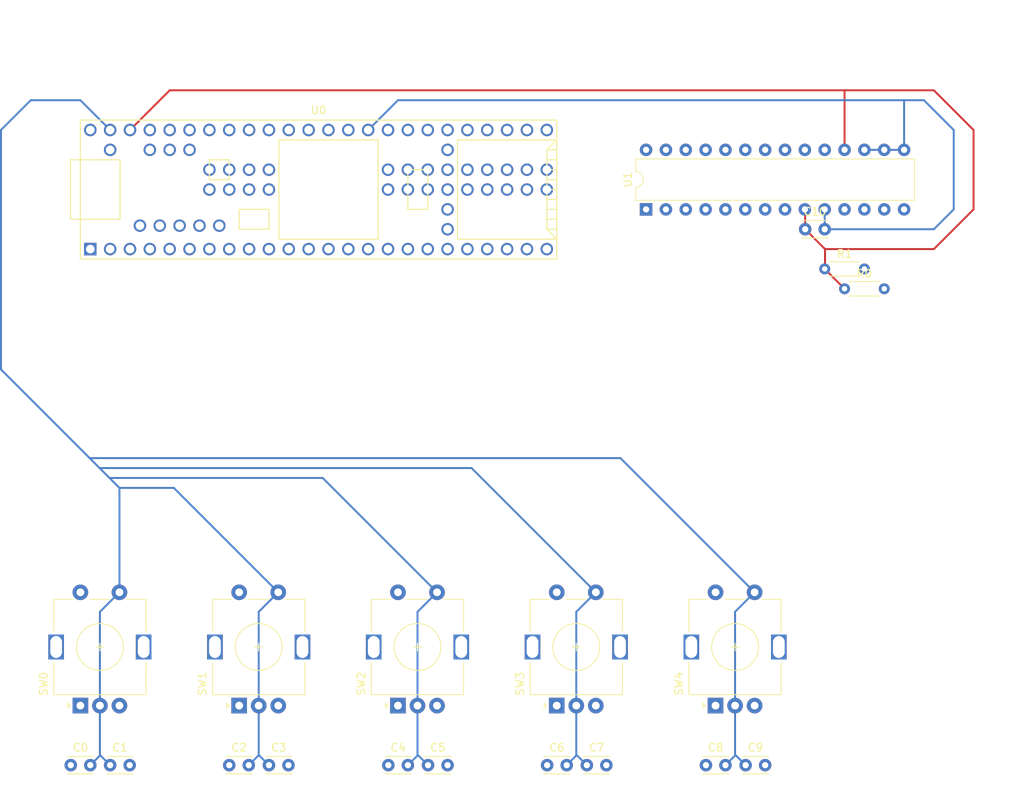
<source format=kicad_pcb>
(kicad_pcb (version 20171130) (host pcbnew "(5.1.6)-1")

  (general
    (thickness 1.6)
    (drawings 0)
    (tracks 188)
    (zones 0)
    (modules 20)
    (nets 21)
  )

  (page A4)
  (layers
    (0 F.Cu signal)
    (1 In1.Cu signal)
    (2 In2.Cu signal)
    (3 In3.Cu signal)
    (4 In4.Cu signal)
    (5 In5.Cu signal)
    (6 In6.Cu signal)
    (7 In7.Cu signal)
    (8 In8.Cu signal)
    (9 In9.Cu signal)
    (10 In10.Cu signal)
    (31 B.Cu signal)
    (32 B.Adhes user)
    (33 F.Adhes user)
    (34 B.Paste user)
    (35 F.Paste user)
    (36 B.SilkS user)
    (37 F.SilkS user)
    (38 B.Mask user)
    (39 F.Mask user)
    (40 Dwgs.User user)
    (41 Cmts.User user)
    (42 Eco1.User user)
    (43 Eco2.User user)
    (44 Edge.Cuts user)
    (45 Margin user)
    (46 B.CrtYd user)
    (47 F.CrtYd user)
    (48 B.Fab user)
    (49 F.Fab user)
  )

  (setup
    (last_trace_width 0.25)
    (trace_clearance 0.2)
    (zone_clearance 0.508)
    (zone_45_only no)
    (trace_min 0.2)
    (via_size 0.8)
    (via_drill 0.4)
    (via_min_size 0.4)
    (via_min_drill 0.3)
    (uvia_size 0.3)
    (uvia_drill 0.1)
    (uvias_allowed no)
    (uvia_min_size 0.2)
    (uvia_min_drill 0.1)
    (edge_width 0.05)
    (segment_width 0.2)
    (pcb_text_width 0.3)
    (pcb_text_size 1.5 1.5)
    (mod_edge_width 0.12)
    (mod_text_size 1 1)
    (mod_text_width 0.15)
    (pad_size 1.524 1.524)
    (pad_drill 0.762)
    (pad_to_mask_clearance 0.05)
    (aux_axis_origin 0 0)
    (visible_elements 7FFFFFFF)
    (pcbplotparams
      (layerselection 0x010fc_ffffffff)
      (usegerberextensions false)
      (usegerberattributes true)
      (usegerberadvancedattributes true)
      (creategerberjobfile true)
      (excludeedgelayer true)
      (linewidth 0.150000)
      (plotframeref false)
      (viasonmask false)
      (mode 1)
      (useauxorigin false)
      (hpglpennumber 1)
      (hpglpenspeed 20)
      (hpglpendiameter 15.000000)
      (psnegative false)
      (psa4output false)
      (plotreference true)
      (plotvalue true)
      (plotinvisibletext false)
      (padsonsilk false)
      (subtractmaskfromsilk false)
      (outputformat 1)
      (mirror false)
      (drillshape 1)
      (scaleselection 1)
      (outputdirectory ""))
  )

  (net 0 "")
  (net 1 gnd)
  (net 2 pot0_rot0)
  (net 3 pot1_rot0)
  (net 4 pot2_rot0)
  (net 5 pot3_rot0)
  (net 6 pot4_rot0)
  (net 7 sda)
  (net 8 3.3v)
  (net 9 scl)
  (net 10 pot0_push)
  (net 11 pot1_push)
  (net 12 pot2_push)
  (net 13 pot3_push)
  (net 14 pot4_push)
  (net 15 pot1_rot1)
  (net 16 pot0_rot1)
  (net 17 pot4_rot1)
  (net 18 pot3_rot1)
  (net 19 pot2_rot1)
  (net 20 agnd)

  (net_class Default "This is the default net class."
    (clearance 0.2)
    (trace_width 0.25)
    (via_dia 0.8)
    (via_drill 0.4)
    (uvia_dia 0.3)
    (uvia_drill 0.1)
    (add_net 3.3v)
    (add_net "Net-(U0-Pad1)")
    (add_net "Net-(U0-Pad10)")
    (add_net "Net-(U0-Pad11)")
    (add_net "Net-(U0-Pad12)")
    (add_net "Net-(U0-Pad13)")
    (add_net "Net-(U0-Pad14)")
    (add_net "Net-(U0-Pad15)")
    (add_net "Net-(U0-Pad16)")
    (add_net "Net-(U0-Pad17)")
    (add_net "Net-(U0-Pad18)")
    (add_net "Net-(U0-Pad19)")
    (add_net "Net-(U0-Pad2)")
    (add_net "Net-(U0-Pad20)")
    (add_net "Net-(U0-Pad21)")
    (add_net "Net-(U0-Pad22)")
    (add_net "Net-(U0-Pad23)")
    (add_net "Net-(U0-Pad24)")
    (add_net "Net-(U0-Pad25)")
    (add_net "Net-(U0-Pad26)")
    (add_net "Net-(U0-Pad27)")
    (add_net "Net-(U0-Pad28)")
    (add_net "Net-(U0-Pad29)")
    (add_net "Net-(U0-Pad3)")
    (add_net "Net-(U0-Pad30)")
    (add_net "Net-(U0-Pad31)")
    (add_net "Net-(U0-Pad32)")
    (add_net "Net-(U0-Pad33)")
    (add_net "Net-(U0-Pad34)")
    (add_net "Net-(U0-Pad35)")
    (add_net "Net-(U0-Pad36)")
    (add_net "Net-(U0-Pad37)")
    (add_net "Net-(U0-Pad38)")
    (add_net "Net-(U0-Pad4)")
    (add_net "Net-(U0-Pad40)")
    (add_net "Net-(U0-Pad41)")
    (add_net "Net-(U0-Pad42)")
    (add_net "Net-(U0-Pad43)")
    (add_net "Net-(U0-Pad44)")
    (add_net "Net-(U0-Pad47)")
    (add_net "Net-(U0-Pad48)")
    (add_net "Net-(U0-Pad49)")
    (add_net "Net-(U0-Pad5)")
    (add_net "Net-(U0-Pad50)")
    (add_net "Net-(U0-Pad53)")
    (add_net "Net-(U0-Pad54)")
    (add_net "Net-(U0-Pad55)")
    (add_net "Net-(U0-Pad56)")
    (add_net "Net-(U0-Pad57)")
    (add_net "Net-(U0-Pad58)")
    (add_net "Net-(U0-Pad59)")
    (add_net "Net-(U0-Pad6)")
    (add_net "Net-(U0-Pad60)")
    (add_net "Net-(U0-Pad61)")
    (add_net "Net-(U0-Pad62)")
    (add_net "Net-(U0-Pad63)")
    (add_net "Net-(U0-Pad64)")
    (add_net "Net-(U0-Pad65)")
    (add_net "Net-(U0-Pad66)")
    (add_net "Net-(U0-Pad67)")
    (add_net "Net-(U0-Pad68)")
    (add_net "Net-(U0-Pad69)")
    (add_net "Net-(U0-Pad7)")
    (add_net "Net-(U0-Pad70)")
    (add_net "Net-(U0-Pad71)")
    (add_net "Net-(U0-Pad72)")
    (add_net "Net-(U0-Pad73)")
    (add_net "Net-(U0-Pad74)")
    (add_net "Net-(U0-Pad75)")
    (add_net "Net-(U0-Pad76)")
    (add_net "Net-(U0-Pad77)")
    (add_net "Net-(U0-Pad78)")
    (add_net "Net-(U0-Pad79)")
    (add_net "Net-(U0-Pad8)")
    (add_net "Net-(U0-Pad80)")
    (add_net "Net-(U0-Pad81)")
    (add_net "Net-(U0-Pad82)")
    (add_net "Net-(U0-Pad83)")
    (add_net "Net-(U0-Pad84)")
    (add_net "Net-(U0-Pad85)")
    (add_net "Net-(U0-Pad86)")
    (add_net "Net-(U0-Pad9)")
    (add_net "Net-(U1-Pad11)")
    (add_net "Net-(U1-Pad14)")
    (add_net "Net-(U1-Pad19)")
    (add_net "Net-(U1-Pad20)")
    (add_net "Net-(U1-Pad8)")
    (add_net agnd)
    (add_net gnd)
    (add_net pot0_push)
    (add_net pot0_rot0)
    (add_net pot0_rot1)
    (add_net pot1_push)
    (add_net pot1_rot0)
    (add_net pot1_rot1)
    (add_net pot2_push)
    (add_net pot2_rot0)
    (add_net pot2_rot1)
    (add_net pot3_push)
    (add_net pot3_rot0)
    (add_net pot3_rot1)
    (add_net pot4_push)
    (add_net pot4_rot0)
    (add_net pot4_rot1)
    (add_net scl)
    (add_net sda)
  )

  (module Capacitor_THT:C_Disc_D3.0mm_W2.0mm_P2.50mm (layer F.Cu) (tedit 5AE50EF0) (tstamp 5ED4E67A)
    (at 130.85 48.26)
    (descr "C, Disc series, Radial, pin pitch=2.50mm, , diameter*width=3*2mm^2, Capacitor")
    (tags "C Disc series Radial pin pitch 2.50mm  diameter 3mm width 2mm Capacitor")
    (path /5ED862A0)
    (fp_text reference C10 (at 1.25 -2.25) (layer F.SilkS)
      (effects (font (size 1 1) (thickness 0.15)))
    )
    (fp_text value C100n (at 1.25 2.25) (layer F.Fab)
      (effects (font (size 1 1) (thickness 0.15)))
    )
    (fp_line (start 3.55 -1.25) (end -1.05 -1.25) (layer F.CrtYd) (width 0.05))
    (fp_line (start 3.55 1.25) (end 3.55 -1.25) (layer F.CrtYd) (width 0.05))
    (fp_line (start -1.05 1.25) (end 3.55 1.25) (layer F.CrtYd) (width 0.05))
    (fp_line (start -1.05 -1.25) (end -1.05 1.25) (layer F.CrtYd) (width 0.05))
    (fp_line (start 2.87 1.055) (end 2.87 1.12) (layer F.SilkS) (width 0.12))
    (fp_line (start 2.87 -1.12) (end 2.87 -1.055) (layer F.SilkS) (width 0.12))
    (fp_line (start -0.37 1.055) (end -0.37 1.12) (layer F.SilkS) (width 0.12))
    (fp_line (start -0.37 -1.12) (end -0.37 -1.055) (layer F.SilkS) (width 0.12))
    (fp_line (start -0.37 1.12) (end 2.87 1.12) (layer F.SilkS) (width 0.12))
    (fp_line (start -0.37 -1.12) (end 2.87 -1.12) (layer F.SilkS) (width 0.12))
    (fp_line (start 2.75 -1) (end -0.25 -1) (layer F.Fab) (width 0.1))
    (fp_line (start 2.75 1) (end 2.75 -1) (layer F.Fab) (width 0.1))
    (fp_line (start -0.25 1) (end 2.75 1) (layer F.Fab) (width 0.1))
    (fp_line (start -0.25 -1) (end -0.25 1) (layer F.Fab) (width 0.1))
    (fp_text user %R (at 1.25 0) (layer F.Fab)
      (effects (font (size 0.6 0.6) (thickness 0.09)))
    )
    (pad 2 thru_hole circle (at 2.5 0) (size 1.6 1.6) (drill 0.8) (layers *.Cu *.Mask)
      (net 1 gnd))
    (pad 1 thru_hole circle (at 0 0) (size 1.6 1.6) (drill 0.8) (layers *.Cu *.Mask)
      (net 8 3.3v))
    (model ${KISYS3DMOD}/Capacitor_THT.3dshapes/C_Disc_D3.0mm_W2.0mm_P2.50mm.wrl
      (at (xyz 0 0 0))
      (scale (xyz 1 1 1))
      (rotate (xyz 0 0 0))
    )
  )

  (module Package_DIP:DIP-28_W7.62mm (layer F.Cu) (tedit 5A02E8C5) (tstamp 5ED4AF90)
    (at 110.49 45.72 90)
    (descr "28-lead though-hole mounted DIP package, row spacing 7.62 mm (300 mils)")
    (tags "THT DIP DIL PDIP 2.54mm 7.62mm 300mil")
    (path /5ED45055)
    (fp_text reference U1 (at 3.81 -2.33 90) (layer F.SilkS)
      (effects (font (size 1 1) (thickness 0.15)))
    )
    (fp_text value MCP23017_SP (at 3.81 35.35 90) (layer F.Fab)
      (effects (font (size 1 1) (thickness 0.15)))
    )
    (fp_line (start 8.7 -1.55) (end -1.1 -1.55) (layer F.CrtYd) (width 0.05))
    (fp_line (start 8.7 34.55) (end 8.7 -1.55) (layer F.CrtYd) (width 0.05))
    (fp_line (start -1.1 34.55) (end 8.7 34.55) (layer F.CrtYd) (width 0.05))
    (fp_line (start -1.1 -1.55) (end -1.1 34.55) (layer F.CrtYd) (width 0.05))
    (fp_line (start 6.46 -1.33) (end 4.81 -1.33) (layer F.SilkS) (width 0.12))
    (fp_line (start 6.46 34.35) (end 6.46 -1.33) (layer F.SilkS) (width 0.12))
    (fp_line (start 1.16 34.35) (end 6.46 34.35) (layer F.SilkS) (width 0.12))
    (fp_line (start 1.16 -1.33) (end 1.16 34.35) (layer F.SilkS) (width 0.12))
    (fp_line (start 2.81 -1.33) (end 1.16 -1.33) (layer F.SilkS) (width 0.12))
    (fp_line (start 0.635 -0.27) (end 1.635 -1.27) (layer F.Fab) (width 0.1))
    (fp_line (start 0.635 34.29) (end 0.635 -0.27) (layer F.Fab) (width 0.1))
    (fp_line (start 6.985 34.29) (end 0.635 34.29) (layer F.Fab) (width 0.1))
    (fp_line (start 6.985 -1.27) (end 6.985 34.29) (layer F.Fab) (width 0.1))
    (fp_line (start 1.635 -1.27) (end 6.985 -1.27) (layer F.Fab) (width 0.1))
    (fp_text user %R (at 3.81 16.51 90) (layer F.Fab)
      (effects (font (size 1 1) (thickness 0.15)))
    )
    (fp_arc (start 3.81 -1.33) (end 2.81 -1.33) (angle -180) (layer F.SilkS) (width 0.12))
    (pad 28 thru_hole oval (at 7.62 0 90) (size 1.6 1.6) (drill 0.8) (layers *.Cu *.Mask)
      (net 4 pot2_rot0))
    (pad 14 thru_hole oval (at 0 33.02 90) (size 1.6 1.6) (drill 0.8) (layers *.Cu *.Mask))
    (pad 27 thru_hole oval (at 7.62 2.54 90) (size 1.6 1.6) (drill 0.8) (layers *.Cu *.Mask)
      (net 12 pot2_push))
    (pad 13 thru_hole oval (at 0 30.48 90) (size 1.6 1.6) (drill 0.8) (layers *.Cu *.Mask)
      (net 7 sda))
    (pad 26 thru_hole oval (at 7.62 5.08 90) (size 1.6 1.6) (drill 0.8) (layers *.Cu *.Mask)
      (net 15 pot1_rot1))
    (pad 12 thru_hole oval (at 0 27.94 90) (size 1.6 1.6) (drill 0.8) (layers *.Cu *.Mask)
      (net 9 scl))
    (pad 25 thru_hole oval (at 7.62 7.62 90) (size 1.6 1.6) (drill 0.8) (layers *.Cu *.Mask)
      (net 3 pot1_rot0))
    (pad 11 thru_hole oval (at 0 25.4 90) (size 1.6 1.6) (drill 0.8) (layers *.Cu *.Mask))
    (pad 24 thru_hole oval (at 7.62 10.16 90) (size 1.6 1.6) (drill 0.8) (layers *.Cu *.Mask)
      (net 11 pot1_push))
    (pad 10 thru_hole oval (at 0 22.86 90) (size 1.6 1.6) (drill 0.8) (layers *.Cu *.Mask)
      (net 1 gnd))
    (pad 23 thru_hole oval (at 7.62 12.7 90) (size 1.6 1.6) (drill 0.8) (layers *.Cu *.Mask)
      (net 16 pot0_rot1))
    (pad 9 thru_hole oval (at 0 20.32 90) (size 1.6 1.6) (drill 0.8) (layers *.Cu *.Mask)
      (net 8 3.3v))
    (pad 22 thru_hole oval (at 7.62 15.24 90) (size 1.6 1.6) (drill 0.8) (layers *.Cu *.Mask)
      (net 2 pot0_rot0))
    (pad 8 thru_hole oval (at 0 17.78 90) (size 1.6 1.6) (drill 0.8) (layers *.Cu *.Mask))
    (pad 21 thru_hole oval (at 7.62 17.78 90) (size 1.6 1.6) (drill 0.8) (layers *.Cu *.Mask)
      (net 10 pot0_push))
    (pad 7 thru_hole oval (at 0 15.24 90) (size 1.6 1.6) (drill 0.8) (layers *.Cu *.Mask)
      (net 17 pot4_rot1))
    (pad 20 thru_hole oval (at 7.62 20.32 90) (size 1.6 1.6) (drill 0.8) (layers *.Cu *.Mask))
    (pad 6 thru_hole oval (at 0 12.7 90) (size 1.6 1.6) (drill 0.8) (layers *.Cu *.Mask)
      (net 6 pot4_rot0))
    (pad 19 thru_hole oval (at 7.62 22.86 90) (size 1.6 1.6) (drill 0.8) (layers *.Cu *.Mask))
    (pad 5 thru_hole oval (at 0 10.16 90) (size 1.6 1.6) (drill 0.8) (layers *.Cu *.Mask)
      (net 14 pot4_push))
    (pad 18 thru_hole oval (at 7.62 25.4 90) (size 1.6 1.6) (drill 0.8) (layers *.Cu *.Mask)
      (net 8 3.3v))
    (pad 4 thru_hole oval (at 0 7.62 90) (size 1.6 1.6) (drill 0.8) (layers *.Cu *.Mask)
      (net 18 pot3_rot1))
    (pad 17 thru_hole oval (at 7.62 27.94 90) (size 1.6 1.6) (drill 0.8) (layers *.Cu *.Mask)
      (net 1 gnd))
    (pad 3 thru_hole oval (at 0 5.08 90) (size 1.6 1.6) (drill 0.8) (layers *.Cu *.Mask)
      (net 5 pot3_rot0))
    (pad 16 thru_hole oval (at 7.62 30.48 90) (size 1.6 1.6) (drill 0.8) (layers *.Cu *.Mask)
      (net 1 gnd))
    (pad 2 thru_hole oval (at 0 2.54 90) (size 1.6 1.6) (drill 0.8) (layers *.Cu *.Mask)
      (net 13 pot3_push))
    (pad 15 thru_hole oval (at 7.62 33.02 90) (size 1.6 1.6) (drill 0.8) (layers *.Cu *.Mask)
      (net 1 gnd))
    (pad 1 thru_hole rect (at 0 0 90) (size 1.6 1.6) (drill 0.8) (layers *.Cu *.Mask)
      (net 19 pot2_rot1))
    (model ${KISYS3DMOD}/Package_DIP.3dshapes/DIP-28_W7.62mm.wrl
      (at (xyz 0 0 0))
      (scale (xyz 1 1 1))
      (rotate (xyz 0 0 0))
    )
  )

  (module teensy:Teensy35_36 (layer F.Cu) (tedit 58E3CF68) (tstamp 5ED49C17)
    (at 68.58 43.18)
    (path /5ED434D7)
    (fp_text reference U0 (at 0 -10.16) (layer F.SilkS)
      (effects (font (size 1 1) (thickness 0.15)))
    )
    (fp_text value Teensy3.6 (at 0 10.16) (layer F.Fab)
      (effects (font (size 1 1) (thickness 0.15)))
    )
    (fp_line (start -30.48 8.89) (end -30.48 -8.89) (layer F.SilkS) (width 0.15))
    (fp_line (start 30.48 -8.89) (end 30.48 8.89) (layer F.SilkS) (width 0.15))
    (fp_line (start 11.43 -2.54) (end 13.97 -2.54) (layer F.SilkS) (width 0.15))
    (fp_line (start 11.43 2.54) (end 11.43 -2.54) (layer F.SilkS) (width 0.15))
    (fp_line (start 13.97 2.54) (end 11.43 2.54) (layer F.SilkS) (width 0.15))
    (fp_line (start 13.97 -2.54) (end 13.97 2.54) (layer F.SilkS) (width 0.15))
    (fp_line (start -25.4 3.81) (end -30.48 3.81) (layer F.SilkS) (width 0.15))
    (fp_line (start -25.4 -3.81) (end -30.48 -3.81) (layer F.SilkS) (width 0.15))
    (fp_line (start -25.4 3.81) (end -25.4 -3.81) (layer F.SilkS) (width 0.15))
    (fp_line (start -31.75 -3.81) (end -30.48 -3.81) (layer F.SilkS) (width 0.15))
    (fp_line (start -31.75 3.81) (end -31.75 -3.81) (layer F.SilkS) (width 0.15))
    (fp_line (start -30.48 3.81) (end -31.75 3.81) (layer F.SilkS) (width 0.15))
    (fp_line (start -30.48 8.89) (end 30.48 8.89) (layer F.SilkS) (width 0.15))
    (fp_line (start 30.48 -8.89) (end -30.48 -8.89) (layer F.SilkS) (width 0.15))
    (fp_line (start 17.78 6.35) (end 30.48 6.35) (layer F.SilkS) (width 0.15))
    (fp_line (start 17.78 -6.35) (end 17.78 6.35) (layer F.SilkS) (width 0.15))
    (fp_line (start 30.48 -6.35) (end 17.78 -6.35) (layer F.SilkS) (width 0.15))
    (fp_line (start 29.21 -5.08) (end 30.48 -6.35) (layer F.SilkS) (width 0.15))
    (fp_line (start 29.21 5.08) (end 29.21 -5.08) (layer F.SilkS) (width 0.15))
    (fp_line (start 30.48 6.35) (end 29.21 5.08) (layer F.SilkS) (width 0.15))
    (fp_line (start 29.21 -5.08) (end 30.48 -5.08) (layer F.SilkS) (width 0.15))
    (fp_line (start 29.21 -3.81) (end 30.48 -3.81) (layer F.SilkS) (width 0.15))
    (fp_line (start 29.21 -2.54) (end 30.48 -2.54) (layer F.SilkS) (width 0.15))
    (fp_line (start 29.21 -1.27) (end 30.48 -1.27) (layer F.SilkS) (width 0.15))
    (fp_line (start 29.21 0) (end 30.48 0) (layer F.SilkS) (width 0.15))
    (fp_line (start 29.21 1.27) (end 30.48 1.27) (layer F.SilkS) (width 0.15))
    (fp_line (start 29.21 2.54) (end 30.48 2.54) (layer F.SilkS) (width 0.15))
    (fp_line (start 29.21 3.81) (end 30.48 3.81) (layer F.SilkS) (width 0.15))
    (fp_line (start 29.21 5.08) (end 30.48 5.08) (layer F.SilkS) (width 0.15))
    (fp_line (start -5.08 -6.35) (end 7.62 -6.35) (layer F.SilkS) (width 0.15))
    (fp_line (start -5.08 6.35) (end 7.62 6.35) (layer F.SilkS) (width 0.15))
    (fp_line (start -5.08 -6.35) (end -5.08 6.35) (layer F.SilkS) (width 0.15))
    (fp_line (start 7.62 6.35) (end 7.62 -6.35) (layer F.SilkS) (width 0.15))
    (fp_line (start -6.35 2.54) (end -6.35 5.08) (layer F.SilkS) (width 0.15))
    (fp_line (start -10.16 2.54) (end -6.35 2.54) (layer F.SilkS) (width 0.15))
    (fp_line (start -10.16 5.08) (end -10.16 2.54) (layer F.SilkS) (width 0.15))
    (fp_line (start -6.35 5.08) (end -10.16 5.08) (layer F.SilkS) (width 0.15))
    (fp_line (start -11.43 -3.81) (end -13.97 -3.81) (layer F.SilkS) (width 0.15))
    (fp_line (start -11.43 -1.27) (end -11.43 -3.81) (layer F.SilkS) (width 0.15))
    (fp_line (start -13.97 -1.27) (end -11.43 -1.27) (layer F.SilkS) (width 0.15))
    (fp_line (start -13.97 -3.81) (end -13.97 -1.27) (layer F.SilkS) (width 0.15))
    (pad 62 thru_hole circle (at -12.7 4.62) (size 1.6 1.6) (drill 1.1) (layers *.Cu *.Mask))
    (pad 61 thru_hole circle (at -15.24 4.62) (size 1.6 1.6) (drill 1.1) (layers *.Cu *.Mask))
    (pad 60 thru_hole circle (at -17.78 4.62) (size 1.6 1.6) (drill 1.1) (layers *.Cu *.Mask))
    (pad 59 thru_hole circle (at -20.32 4.62) (size 1.6 1.6) (drill 1.1) (layers *.Cu *.Mask))
    (pad 58 thru_hole circle (at -22.86 4.62) (size 1.6 1.6) (drill 1.1) (layers *.Cu *.Mask))
    (pad 86 thru_hole circle (at -13.97 -2.54) (size 1.6 1.6) (drill 1.1) (layers *.Cu *.Mask))
    (pad 85 thru_hole circle (at -11.43 -2.54) (size 1.6 1.6) (drill 1.1) (layers *.Cu *.Mask))
    (pad 84 thru_hole circle (at -8.89 -2.54) (size 1.6 1.6) (drill 1.1) (layers *.Cu *.Mask))
    (pad 83 thru_hole circle (at -6.35 -2.54) (size 1.6 1.6) (drill 1.1) (layers *.Cu *.Mask))
    (pad 82 thru_hole circle (at 8.89 -2.54) (size 1.6 1.6) (drill 1.1) (layers *.Cu *.Mask))
    (pad 81 thru_hole circle (at 11.43 -2.54) (size 1.6 1.6) (drill 1.1) (layers *.Cu *.Mask))
    (pad 80 thru_hole circle (at 13.97 -2.54) (size 1.6 1.6) (drill 1.1) (layers *.Cu *.Mask))
    (pad 79 thru_hole circle (at 19.05 -2.54) (size 1.6 1.6) (drill 1.1) (layers *.Cu *.Mask))
    (pad 78 thru_hole circle (at 21.59 -2.54) (size 1.6 1.6) (drill 1.1) (layers *.Cu *.Mask))
    (pad 77 thru_hole circle (at 24.13 -2.54) (size 1.6 1.6) (drill 1.1) (layers *.Cu *.Mask))
    (pad 76 thru_hole circle (at 26.67 -2.54) (size 1.6 1.6) (drill 1.1) (layers *.Cu *.Mask))
    (pad 75 thru_hole circle (at 29.21 -2.54) (size 1.6 1.6) (drill 1.1) (layers *.Cu *.Mask))
    (pad 74 thru_hole circle (at 29.21 0) (size 1.6 1.6) (drill 1.1) (layers *.Cu *.Mask))
    (pad 73 thru_hole circle (at 26.67 0) (size 1.6 1.6) (drill 1.1) (layers *.Cu *.Mask))
    (pad 72 thru_hole circle (at 24.13 0) (size 1.6 1.6) (drill 1.1) (layers *.Cu *.Mask))
    (pad 71 thru_hole circle (at 21.59 0) (size 1.6 1.6) (drill 1.1) (layers *.Cu *.Mask))
    (pad 70 thru_hole circle (at 19.05 0) (size 1.6 1.6) (drill 1.1) (layers *.Cu *.Mask))
    (pad 69 thru_hole circle (at 13.97 0) (size 1.6 1.6) (drill 1.1) (layers *.Cu *.Mask))
    (pad 68 thru_hole circle (at 11.43 0) (size 1.6 1.6) (drill 1.1) (layers *.Cu *.Mask))
    (pad 67 thru_hole circle (at 8.89 0) (size 1.6 1.6) (drill 1.1) (layers *.Cu *.Mask))
    (pad 66 thru_hole circle (at -6.35 0) (size 1.6 1.6) (drill 1.1) (layers *.Cu *.Mask))
    (pad 65 thru_hole circle (at -8.89 0) (size 1.6 1.6) (drill 1.1) (layers *.Cu *.Mask))
    (pad 64 thru_hole circle (at -11.43 0) (size 1.6 1.6) (drill 1.1) (layers *.Cu *.Mask))
    (pad 63 thru_hole circle (at -13.97 0) (size 1.6 1.6) (drill 1.1) (layers *.Cu *.Mask))
    (pad 57 thru_hole circle (at -16.51 -5.08) (size 1.6 1.6) (drill 1.1) (layers *.Cu *.Mask))
    (pad 56 thru_hole circle (at -19.05 -5.08) (size 1.6 1.6) (drill 1.1) (layers *.Cu *.Mask))
    (pad 55 thru_hole circle (at -21.59 -5.08) (size 1.6 1.6) (drill 1.1) (layers *.Cu *.Mask))
    (pad 54 thru_hole circle (at -26.67 -5.08) (size 1.6 1.6) (drill 1.1) (layers *.Cu *.Mask))
    (pad 53 thru_hole circle (at -29.21 -7.62) (size 1.6 1.6) (drill 1.1) (layers *.Cu *.Mask))
    (pad 52 thru_hole circle (at -26.67 -7.62) (size 1.6 1.6) (drill 1.1) (layers *.Cu *.Mask)
      (net 20 agnd))
    (pad 51 thru_hole circle (at -24.13 -7.62) (size 1.6 1.6) (drill 1.1) (layers *.Cu *.Mask)
      (net 8 3.3v))
    (pad 50 thru_hole circle (at -21.59 -7.62) (size 1.6 1.6) (drill 1.1) (layers *.Cu *.Mask))
    (pad 49 thru_hole circle (at -19.05 -7.62) (size 1.6 1.6) (drill 1.1) (layers *.Cu *.Mask))
    (pad 48 thru_hole circle (at -16.51 -7.62) (size 1.6 1.6) (drill 1.1) (layers *.Cu *.Mask))
    (pad 47 thru_hole circle (at -13.97 -7.62) (size 1.6 1.6) (drill 1.1) (layers *.Cu *.Mask))
    (pad 46 thru_hole circle (at -11.43 -7.62) (size 1.6 1.6) (drill 1.1) (layers *.Cu *.Mask)
      (net 9 scl))
    (pad 45 thru_hole circle (at -8.89 -7.62) (size 1.6 1.6) (drill 1.1) (layers *.Cu *.Mask)
      (net 7 sda))
    (pad 44 thru_hole circle (at -6.35 -7.62) (size 1.6 1.6) (drill 1.1) (layers *.Cu *.Mask))
    (pad 43 thru_hole circle (at -3.81 -7.62) (size 1.6 1.6) (drill 1.1) (layers *.Cu *.Mask))
    (pad 42 thru_hole circle (at -1.27 -7.62) (size 1.6 1.6) (drill 1.1) (layers *.Cu *.Mask))
    (pad 41 thru_hole circle (at 1.27 -7.62) (size 1.6 1.6) (drill 1.1) (layers *.Cu *.Mask))
    (pad 40 thru_hole circle (at 3.81 -7.62) (size 1.6 1.6) (drill 1.1) (layers *.Cu *.Mask))
    (pad 39 thru_hole circle (at 6.35 -7.62) (size 1.6 1.6) (drill 1.1) (layers *.Cu *.Mask)
      (net 1 gnd))
    (pad 38 thru_hole circle (at 8.89 -7.62) (size 1.6 1.6) (drill 1.1) (layers *.Cu *.Mask))
    (pad 1 thru_hole rect (at -29.21 7.62) (size 1.6 1.6) (drill 1.1) (layers *.Cu *.Mask))
    (pad 2 thru_hole circle (at -26.67 7.62) (size 1.6 1.6) (drill 1.1) (layers *.Cu *.Mask))
    (pad 3 thru_hole circle (at -24.13 7.62) (size 1.6 1.6) (drill 1.1) (layers *.Cu *.Mask))
    (pad 4 thru_hole circle (at -21.59 7.62) (size 1.6 1.6) (drill 1.1) (layers *.Cu *.Mask))
    (pad 5 thru_hole circle (at -19.05 7.62) (size 1.6 1.6) (drill 1.1) (layers *.Cu *.Mask))
    (pad 6 thru_hole circle (at -16.51 7.62) (size 1.6 1.6) (drill 1.1) (layers *.Cu *.Mask))
    (pad 7 thru_hole circle (at -13.97 7.62) (size 1.6 1.6) (drill 1.1) (layers *.Cu *.Mask))
    (pad 8 thru_hole circle (at -11.43 7.62) (size 1.6 1.6) (drill 1.1) (layers *.Cu *.Mask))
    (pad 9 thru_hole circle (at -8.89 7.62) (size 1.6 1.6) (drill 1.1) (layers *.Cu *.Mask))
    (pad 10 thru_hole circle (at -6.35 7.62) (size 1.6 1.6) (drill 1.1) (layers *.Cu *.Mask))
    (pad 11 thru_hole circle (at -3.81 7.62) (size 1.6 1.6) (drill 1.1) (layers *.Cu *.Mask))
    (pad 12 thru_hole circle (at -1.27 7.62) (size 1.6 1.6) (drill 1.1) (layers *.Cu *.Mask))
    (pad 13 thru_hole circle (at 1.27 7.62) (size 1.6 1.6) (drill 1.1) (layers *.Cu *.Mask))
    (pad 37 thru_hole circle (at 11.43 -7.62) (size 1.6 1.6) (drill 1.1) (layers *.Cu *.Mask))
    (pad 36 thru_hole circle (at 13.97 -7.62) (size 1.6 1.6) (drill 1.1) (layers *.Cu *.Mask))
    (pad 35 thru_hole circle (at 16.51 -7.62) (size 1.6 1.6) (drill 1.1) (layers *.Cu *.Mask))
    (pad 34 thru_hole circle (at 19.05 -7.62) (size 1.6 1.6) (drill 1.1) (layers *.Cu *.Mask))
    (pad 33 thru_hole circle (at 21.59 -7.62) (size 1.6 1.6) (drill 1.1) (layers *.Cu *.Mask))
    (pad 32 thru_hole circle (at 24.13 -7.62) (size 1.6 1.6) (drill 1.1) (layers *.Cu *.Mask))
    (pad 31 thru_hole circle (at 26.67 -7.62) (size 1.6 1.6) (drill 1.1) (layers *.Cu *.Mask))
    (pad 30 thru_hole circle (at 29.21 -7.62) (size 1.6 1.6) (drill 1.1) (layers *.Cu *.Mask))
    (pad 29 thru_hole circle (at 16.51 -5.08) (size 1.6 1.6) (drill 1.1) (layers *.Cu *.Mask))
    (pad 28 thru_hole circle (at 16.51 -2.54) (size 1.6 1.6) (drill 1.1) (layers *.Cu *.Mask))
    (pad 27 thru_hole circle (at 16.51 0) (size 1.6 1.6) (drill 1.1) (layers *.Cu *.Mask))
    (pad 26 thru_hole circle (at 16.51 2.54) (size 1.6 1.6) (drill 1.1) (layers *.Cu *.Mask))
    (pad 25 thru_hole circle (at 16.51 5.08) (size 1.6 1.6) (drill 1.1) (layers *.Cu *.Mask))
    (pad 24 thru_hole circle (at 29.21 7.62) (size 1.6 1.6) (drill 1.1) (layers *.Cu *.Mask))
    (pad 23 thru_hole circle (at 26.67 7.62) (size 1.6 1.6) (drill 1.1) (layers *.Cu *.Mask))
    (pad 22 thru_hole circle (at 24.13 7.62) (size 1.6 1.6) (drill 1.1) (layers *.Cu *.Mask))
    (pad 21 thru_hole circle (at 21.59 7.62) (size 1.6 1.6) (drill 1.1) (layers *.Cu *.Mask))
    (pad 14 thru_hole circle (at 3.81 7.62) (size 1.6 1.6) (drill 1.1) (layers *.Cu *.Mask))
    (pad 15 thru_hole circle (at 6.35 7.62) (size 1.6 1.6) (drill 1.1) (layers *.Cu *.Mask))
    (pad 16 thru_hole circle (at 8.89 7.62) (size 1.6 1.6) (drill 1.1) (layers *.Cu *.Mask))
    (pad 20 thru_hole circle (at 19.05 7.62) (size 1.6 1.6) (drill 1.1) (layers *.Cu *.Mask))
    (pad 19 thru_hole circle (at 16.51 7.62) (size 1.6 1.6) (drill 1.1) (layers *.Cu *.Mask))
    (pad 18 thru_hole circle (at 13.97 7.62) (size 1.6 1.6) (drill 1.1) (layers *.Cu *.Mask))
    (pad 17 thru_hole circle (at 11.43 7.62) (size 1.6 1.6) (drill 1.1) (layers *.Cu *.Mask))
  )

  (module Rotary_Encoder:RotaryEncoder_Alps_EC11E-Switch_Vertical_H20mm (layer F.Cu) (tedit 5A74C8CB) (tstamp 5ED49B94)
    (at 119.38 109.22 90)
    (descr "Alps rotary encoder, EC12E... with switch, vertical shaft, http://www.alps.com/prod/info/E/HTML/Encoder/Incremental/EC11/EC11E15204A3.html")
    (tags "rotary encoder")
    (path /5ED5D744)
    (fp_text reference SW4 (at 2.8 -4.7 90) (layer F.SilkS)
      (effects (font (size 1 1) (thickness 0.15)))
    )
    (fp_text value Encoder (at 7.5 10.4 90) (layer F.Fab)
      (effects (font (size 1 1) (thickness 0.15)))
    )
    (fp_circle (center 7.5 2.5) (end 10.5 2.5) (layer F.Fab) (width 0.12))
    (fp_circle (center 7.5 2.5) (end 10.5 2.5) (layer F.SilkS) (width 0.12))
    (fp_line (start 16 9.6) (end -1.5 9.6) (layer F.CrtYd) (width 0.05))
    (fp_line (start 16 9.6) (end 16 -4.6) (layer F.CrtYd) (width 0.05))
    (fp_line (start -1.5 -4.6) (end -1.5 9.6) (layer F.CrtYd) (width 0.05))
    (fp_line (start -1.5 -4.6) (end 16 -4.6) (layer F.CrtYd) (width 0.05))
    (fp_line (start 2.5 -3.3) (end 13.5 -3.3) (layer F.Fab) (width 0.12))
    (fp_line (start 13.5 -3.3) (end 13.5 8.3) (layer F.Fab) (width 0.12))
    (fp_line (start 13.5 8.3) (end 1.5 8.3) (layer F.Fab) (width 0.12))
    (fp_line (start 1.5 8.3) (end 1.5 -2.2) (layer F.Fab) (width 0.12))
    (fp_line (start 1.5 -2.2) (end 2.5 -3.3) (layer F.Fab) (width 0.12))
    (fp_line (start 9.5 -3.4) (end 13.6 -3.4) (layer F.SilkS) (width 0.12))
    (fp_line (start 13.6 8.4) (end 9.5 8.4) (layer F.SilkS) (width 0.12))
    (fp_line (start 5.5 8.4) (end 1.4 8.4) (layer F.SilkS) (width 0.12))
    (fp_line (start 5.5 -3.4) (end 1.4 -3.4) (layer F.SilkS) (width 0.12))
    (fp_line (start 1.4 -3.4) (end 1.4 8.4) (layer F.SilkS) (width 0.12))
    (fp_line (start 0 -1.3) (end -0.3 -1.6) (layer F.SilkS) (width 0.12))
    (fp_line (start -0.3 -1.6) (end 0.3 -1.6) (layer F.SilkS) (width 0.12))
    (fp_line (start 0.3 -1.6) (end 0 -1.3) (layer F.SilkS) (width 0.12))
    (fp_line (start 7.5 -0.5) (end 7.5 5.5) (layer F.Fab) (width 0.12))
    (fp_line (start 4.5 2.5) (end 10.5 2.5) (layer F.Fab) (width 0.12))
    (fp_line (start 13.6 -3.4) (end 13.6 -1) (layer F.SilkS) (width 0.12))
    (fp_line (start 13.6 1.2) (end 13.6 3.8) (layer F.SilkS) (width 0.12))
    (fp_line (start 13.6 6) (end 13.6 8.4) (layer F.SilkS) (width 0.12))
    (fp_line (start 7.5 2) (end 7.5 3) (layer F.SilkS) (width 0.12))
    (fp_line (start 7 2.5) (end 8 2.5) (layer F.SilkS) (width 0.12))
    (fp_text user %R (at 11.1 6.3 90) (layer F.Fab)
      (effects (font (size 1 1) (thickness 0.15)))
    )
    (pad A thru_hole rect (at 0 0 90) (size 2 2) (drill 1) (layers *.Cu *.Mask)
      (net 6 pot4_rot0))
    (pad C thru_hole circle (at 0 2.5 90) (size 2 2) (drill 1) (layers *.Cu *.Mask)
      (net 20 agnd))
    (pad B thru_hole circle (at 0 5 90) (size 2 2) (drill 1) (layers *.Cu *.Mask)
      (net 17 pot4_rot1))
    (pad MP thru_hole rect (at 7.5 -3.1 90) (size 3.2 2) (drill oval 2.8 1.5) (layers *.Cu *.Mask))
    (pad MP thru_hole rect (at 7.5 8.1 90) (size 3.2 2) (drill oval 2.8 1.5) (layers *.Cu *.Mask))
    (pad S2 thru_hole circle (at 14.5 0 90) (size 2 2) (drill 1) (layers *.Cu *.Mask)
      (net 14 pot4_push))
    (pad S1 thru_hole circle (at 14.5 5 90) (size 2 2) (drill 1) (layers *.Cu *.Mask)
      (net 20 agnd))
    (model ${KISYS3DMOD}/Rotary_Encoder.3dshapes/RotaryEncoder_Alps_EC11E-Switch_Vertical_H20mm.wrl
      (at (xyz 0 0 0))
      (scale (xyz 1 1 1))
      (rotate (xyz 0 0 0))
    )
  )

  (module Rotary_Encoder:RotaryEncoder_Alps_EC11E-Switch_Vertical_H20mm (layer F.Cu) (tedit 5A74C8CB) (tstamp 5ED49B6E)
    (at 99.06 109.22 90)
    (descr "Alps rotary encoder, EC12E... with switch, vertical shaft, http://www.alps.com/prod/info/E/HTML/Encoder/Incremental/EC11/EC11E15204A3.html")
    (tags "rotary encoder")
    (path /5ED5BE52)
    (fp_text reference SW3 (at 2.8 -4.7 90) (layer F.SilkS)
      (effects (font (size 1 1) (thickness 0.15)))
    )
    (fp_text value Encoder (at 7.5 10.4 90) (layer F.Fab)
      (effects (font (size 1 1) (thickness 0.15)))
    )
    (fp_circle (center 7.5 2.5) (end 10.5 2.5) (layer F.Fab) (width 0.12))
    (fp_circle (center 7.5 2.5) (end 10.5 2.5) (layer F.SilkS) (width 0.12))
    (fp_line (start 16 9.6) (end -1.5 9.6) (layer F.CrtYd) (width 0.05))
    (fp_line (start 16 9.6) (end 16 -4.6) (layer F.CrtYd) (width 0.05))
    (fp_line (start -1.5 -4.6) (end -1.5 9.6) (layer F.CrtYd) (width 0.05))
    (fp_line (start -1.5 -4.6) (end 16 -4.6) (layer F.CrtYd) (width 0.05))
    (fp_line (start 2.5 -3.3) (end 13.5 -3.3) (layer F.Fab) (width 0.12))
    (fp_line (start 13.5 -3.3) (end 13.5 8.3) (layer F.Fab) (width 0.12))
    (fp_line (start 13.5 8.3) (end 1.5 8.3) (layer F.Fab) (width 0.12))
    (fp_line (start 1.5 8.3) (end 1.5 -2.2) (layer F.Fab) (width 0.12))
    (fp_line (start 1.5 -2.2) (end 2.5 -3.3) (layer F.Fab) (width 0.12))
    (fp_line (start 9.5 -3.4) (end 13.6 -3.4) (layer F.SilkS) (width 0.12))
    (fp_line (start 13.6 8.4) (end 9.5 8.4) (layer F.SilkS) (width 0.12))
    (fp_line (start 5.5 8.4) (end 1.4 8.4) (layer F.SilkS) (width 0.12))
    (fp_line (start 5.5 -3.4) (end 1.4 -3.4) (layer F.SilkS) (width 0.12))
    (fp_line (start 1.4 -3.4) (end 1.4 8.4) (layer F.SilkS) (width 0.12))
    (fp_line (start 0 -1.3) (end -0.3 -1.6) (layer F.SilkS) (width 0.12))
    (fp_line (start -0.3 -1.6) (end 0.3 -1.6) (layer F.SilkS) (width 0.12))
    (fp_line (start 0.3 -1.6) (end 0 -1.3) (layer F.SilkS) (width 0.12))
    (fp_line (start 7.5 -0.5) (end 7.5 5.5) (layer F.Fab) (width 0.12))
    (fp_line (start 4.5 2.5) (end 10.5 2.5) (layer F.Fab) (width 0.12))
    (fp_line (start 13.6 -3.4) (end 13.6 -1) (layer F.SilkS) (width 0.12))
    (fp_line (start 13.6 1.2) (end 13.6 3.8) (layer F.SilkS) (width 0.12))
    (fp_line (start 13.6 6) (end 13.6 8.4) (layer F.SilkS) (width 0.12))
    (fp_line (start 7.5 2) (end 7.5 3) (layer F.SilkS) (width 0.12))
    (fp_line (start 7 2.5) (end 8 2.5) (layer F.SilkS) (width 0.12))
    (fp_text user %R (at 11.1 6.3 90) (layer F.Fab)
      (effects (font (size 1 1) (thickness 0.15)))
    )
    (pad A thru_hole rect (at 0 0 90) (size 2 2) (drill 1) (layers *.Cu *.Mask)
      (net 5 pot3_rot0))
    (pad C thru_hole circle (at 0 2.5 90) (size 2 2) (drill 1) (layers *.Cu *.Mask)
      (net 20 agnd))
    (pad B thru_hole circle (at 0 5 90) (size 2 2) (drill 1) (layers *.Cu *.Mask)
      (net 18 pot3_rot1))
    (pad MP thru_hole rect (at 7.5 -3.1 90) (size 3.2 2) (drill oval 2.8 1.5) (layers *.Cu *.Mask))
    (pad MP thru_hole rect (at 7.5 8.1 90) (size 3.2 2) (drill oval 2.8 1.5) (layers *.Cu *.Mask))
    (pad S2 thru_hole circle (at 14.5 0 90) (size 2 2) (drill 1) (layers *.Cu *.Mask)
      (net 13 pot3_push))
    (pad S1 thru_hole circle (at 14.5 5 90) (size 2 2) (drill 1) (layers *.Cu *.Mask)
      (net 20 agnd))
    (model ${KISYS3DMOD}/Rotary_Encoder.3dshapes/RotaryEncoder_Alps_EC11E-Switch_Vertical_H20mm.wrl
      (at (xyz 0 0 0))
      (scale (xyz 1 1 1))
      (rotate (xyz 0 0 0))
    )
  )

  (module Rotary_Encoder:RotaryEncoder_Alps_EC11E-Switch_Vertical_H20mm (layer F.Cu) (tedit 5A74C8CB) (tstamp 5ED49B48)
    (at 78.74 109.22 90)
    (descr "Alps rotary encoder, EC12E... with switch, vertical shaft, http://www.alps.com/prod/info/E/HTML/Encoder/Incremental/EC11/EC11E15204A3.html")
    (tags "rotary encoder")
    (path /5ED5A645)
    (fp_text reference SW2 (at 2.8 -4.7 90) (layer F.SilkS)
      (effects (font (size 1 1) (thickness 0.15)))
    )
    (fp_text value Encoder (at 7.5 10.4 90) (layer F.Fab)
      (effects (font (size 1 1) (thickness 0.15)))
    )
    (fp_circle (center 7.5 2.5) (end 10.5 2.5) (layer F.Fab) (width 0.12))
    (fp_circle (center 7.5 2.5) (end 10.5 2.5) (layer F.SilkS) (width 0.12))
    (fp_line (start 16 9.6) (end -1.5 9.6) (layer F.CrtYd) (width 0.05))
    (fp_line (start 16 9.6) (end 16 -4.6) (layer F.CrtYd) (width 0.05))
    (fp_line (start -1.5 -4.6) (end -1.5 9.6) (layer F.CrtYd) (width 0.05))
    (fp_line (start -1.5 -4.6) (end 16 -4.6) (layer F.CrtYd) (width 0.05))
    (fp_line (start 2.5 -3.3) (end 13.5 -3.3) (layer F.Fab) (width 0.12))
    (fp_line (start 13.5 -3.3) (end 13.5 8.3) (layer F.Fab) (width 0.12))
    (fp_line (start 13.5 8.3) (end 1.5 8.3) (layer F.Fab) (width 0.12))
    (fp_line (start 1.5 8.3) (end 1.5 -2.2) (layer F.Fab) (width 0.12))
    (fp_line (start 1.5 -2.2) (end 2.5 -3.3) (layer F.Fab) (width 0.12))
    (fp_line (start 9.5 -3.4) (end 13.6 -3.4) (layer F.SilkS) (width 0.12))
    (fp_line (start 13.6 8.4) (end 9.5 8.4) (layer F.SilkS) (width 0.12))
    (fp_line (start 5.5 8.4) (end 1.4 8.4) (layer F.SilkS) (width 0.12))
    (fp_line (start 5.5 -3.4) (end 1.4 -3.4) (layer F.SilkS) (width 0.12))
    (fp_line (start 1.4 -3.4) (end 1.4 8.4) (layer F.SilkS) (width 0.12))
    (fp_line (start 0 -1.3) (end -0.3 -1.6) (layer F.SilkS) (width 0.12))
    (fp_line (start -0.3 -1.6) (end 0.3 -1.6) (layer F.SilkS) (width 0.12))
    (fp_line (start 0.3 -1.6) (end 0 -1.3) (layer F.SilkS) (width 0.12))
    (fp_line (start 7.5 -0.5) (end 7.5 5.5) (layer F.Fab) (width 0.12))
    (fp_line (start 4.5 2.5) (end 10.5 2.5) (layer F.Fab) (width 0.12))
    (fp_line (start 13.6 -3.4) (end 13.6 -1) (layer F.SilkS) (width 0.12))
    (fp_line (start 13.6 1.2) (end 13.6 3.8) (layer F.SilkS) (width 0.12))
    (fp_line (start 13.6 6) (end 13.6 8.4) (layer F.SilkS) (width 0.12))
    (fp_line (start 7.5 2) (end 7.5 3) (layer F.SilkS) (width 0.12))
    (fp_line (start 7 2.5) (end 8 2.5) (layer F.SilkS) (width 0.12))
    (fp_text user %R (at 11.1 6.3 90) (layer F.Fab)
      (effects (font (size 1 1) (thickness 0.15)))
    )
    (pad A thru_hole rect (at 0 0 90) (size 2 2) (drill 1) (layers *.Cu *.Mask)
      (net 4 pot2_rot0))
    (pad C thru_hole circle (at 0 2.5 90) (size 2 2) (drill 1) (layers *.Cu *.Mask)
      (net 20 agnd))
    (pad B thru_hole circle (at 0 5 90) (size 2 2) (drill 1) (layers *.Cu *.Mask)
      (net 19 pot2_rot1))
    (pad MP thru_hole rect (at 7.5 -3.1 90) (size 3.2 2) (drill oval 2.8 1.5) (layers *.Cu *.Mask))
    (pad MP thru_hole rect (at 7.5 8.1 90) (size 3.2 2) (drill oval 2.8 1.5) (layers *.Cu *.Mask))
    (pad S2 thru_hole circle (at 14.5 0 90) (size 2 2) (drill 1) (layers *.Cu *.Mask)
      (net 12 pot2_push))
    (pad S1 thru_hole circle (at 14.5 5 90) (size 2 2) (drill 1) (layers *.Cu *.Mask)
      (net 20 agnd))
    (model ${KISYS3DMOD}/Rotary_Encoder.3dshapes/RotaryEncoder_Alps_EC11E-Switch_Vertical_H20mm.wrl
      (at (xyz 0 0 0))
      (scale (xyz 1 1 1))
      (rotate (xyz 0 0 0))
    )
  )

  (module Rotary_Encoder:RotaryEncoder_Alps_EC11E-Switch_Vertical_H20mm (layer F.Cu) (tedit 5A74C8CB) (tstamp 5ED4AB11)
    (at 58.42 109.22 90)
    (descr "Alps rotary encoder, EC12E... with switch, vertical shaft, http://www.alps.com/prod/info/E/HTML/Encoder/Incremental/EC11/EC11E15204A3.html")
    (tags "rotary encoder")
    (path /5ED59395)
    (fp_text reference SW1 (at 2.8 -4.7 90) (layer F.SilkS)
      (effects (font (size 1 1) (thickness 0.15)))
    )
    (fp_text value Encoder (at 7.5 10.4 90) (layer F.Fab)
      (effects (font (size 1 1) (thickness 0.15)))
    )
    (fp_circle (center 7.5 2.5) (end 10.5 2.5) (layer F.Fab) (width 0.12))
    (fp_circle (center 7.5 2.5) (end 10.5 2.5) (layer F.SilkS) (width 0.12))
    (fp_line (start 16 9.6) (end -1.5 9.6) (layer F.CrtYd) (width 0.05))
    (fp_line (start 16 9.6) (end 16 -4.6) (layer F.CrtYd) (width 0.05))
    (fp_line (start -1.5 -4.6) (end -1.5 9.6) (layer F.CrtYd) (width 0.05))
    (fp_line (start -1.5 -4.6) (end 16 -4.6) (layer F.CrtYd) (width 0.05))
    (fp_line (start 2.5 -3.3) (end 13.5 -3.3) (layer F.Fab) (width 0.12))
    (fp_line (start 13.5 -3.3) (end 13.5 8.3) (layer F.Fab) (width 0.12))
    (fp_line (start 13.5 8.3) (end 1.5 8.3) (layer F.Fab) (width 0.12))
    (fp_line (start 1.5 8.3) (end 1.5 -2.2) (layer F.Fab) (width 0.12))
    (fp_line (start 1.5 -2.2) (end 2.5 -3.3) (layer F.Fab) (width 0.12))
    (fp_line (start 9.5 -3.4) (end 13.6 -3.4) (layer F.SilkS) (width 0.12))
    (fp_line (start 13.6 8.4) (end 9.5 8.4) (layer F.SilkS) (width 0.12))
    (fp_line (start 5.5 8.4) (end 1.4 8.4) (layer F.SilkS) (width 0.12))
    (fp_line (start 5.5 -3.4) (end 1.4 -3.4) (layer F.SilkS) (width 0.12))
    (fp_line (start 1.4 -3.4) (end 1.4 8.4) (layer F.SilkS) (width 0.12))
    (fp_line (start 0 -1.3) (end -0.3 -1.6) (layer F.SilkS) (width 0.12))
    (fp_line (start -0.3 -1.6) (end 0.3 -1.6) (layer F.SilkS) (width 0.12))
    (fp_line (start 0.3 -1.6) (end 0 -1.3) (layer F.SilkS) (width 0.12))
    (fp_line (start 7.5 -0.5) (end 7.5 5.5) (layer F.Fab) (width 0.12))
    (fp_line (start 4.5 2.5) (end 10.5 2.5) (layer F.Fab) (width 0.12))
    (fp_line (start 13.6 -3.4) (end 13.6 -1) (layer F.SilkS) (width 0.12))
    (fp_line (start 13.6 1.2) (end 13.6 3.8) (layer F.SilkS) (width 0.12))
    (fp_line (start 13.6 6) (end 13.6 8.4) (layer F.SilkS) (width 0.12))
    (fp_line (start 7.5 2) (end 7.5 3) (layer F.SilkS) (width 0.12))
    (fp_line (start 7 2.5) (end 8 2.5) (layer F.SilkS) (width 0.12))
    (fp_text user %R (at 11.1 6.3 90) (layer F.Fab)
      (effects (font (size 1 1) (thickness 0.15)))
    )
    (pad A thru_hole rect (at 0 0 90) (size 2 2) (drill 1) (layers *.Cu *.Mask)
      (net 3 pot1_rot0))
    (pad C thru_hole circle (at 0 2.5 90) (size 2 2) (drill 1) (layers *.Cu *.Mask)
      (net 20 agnd))
    (pad B thru_hole circle (at 0 5 90) (size 2 2) (drill 1) (layers *.Cu *.Mask)
      (net 15 pot1_rot1))
    (pad MP thru_hole rect (at 7.5 -3.1 90) (size 3.2 2) (drill oval 2.8 1.5) (layers *.Cu *.Mask))
    (pad MP thru_hole rect (at 7.5 8.1 90) (size 3.2 2) (drill oval 2.8 1.5) (layers *.Cu *.Mask))
    (pad S2 thru_hole circle (at 14.5 0 90) (size 2 2) (drill 1) (layers *.Cu *.Mask)
      (net 11 pot1_push))
    (pad S1 thru_hole circle (at 14.5 5 90) (size 2 2) (drill 1) (layers *.Cu *.Mask)
      (net 20 agnd))
    (model ${KISYS3DMOD}/Rotary_Encoder.3dshapes/RotaryEncoder_Alps_EC11E-Switch_Vertical_H20mm.wrl
      (at (xyz 0 0 0))
      (scale (xyz 1 1 1))
      (rotate (xyz 0 0 0))
    )
  )

  (module Rotary_Encoder:RotaryEncoder_Alps_EC11E-Switch_Vertical_H20mm (layer F.Cu) (tedit 5A74C8CB) (tstamp 5ED49AFC)
    (at 38.1 109.22 90)
    (descr "Alps rotary encoder, EC12E... with switch, vertical shaft, http://www.alps.com/prod/info/E/HTML/Encoder/Incremental/EC11/EC11E15204A3.html")
    (tags "rotary encoder")
    (path /5ED4EE4D)
    (fp_text reference SW0 (at 2.8 -4.7 90) (layer F.SilkS)
      (effects (font (size 1 1) (thickness 0.15)))
    )
    (fp_text value Encoder (at 7.5 10.4 90) (layer F.Fab)
      (effects (font (size 1 1) (thickness 0.15)))
    )
    (fp_circle (center 7.5 2.5) (end 10.5 2.5) (layer F.Fab) (width 0.12))
    (fp_circle (center 7.5 2.5) (end 10.5 2.5) (layer F.SilkS) (width 0.12))
    (fp_line (start 16 9.6) (end -1.5 9.6) (layer F.CrtYd) (width 0.05))
    (fp_line (start 16 9.6) (end 16 -4.6) (layer F.CrtYd) (width 0.05))
    (fp_line (start -1.5 -4.6) (end -1.5 9.6) (layer F.CrtYd) (width 0.05))
    (fp_line (start -1.5 -4.6) (end 16 -4.6) (layer F.CrtYd) (width 0.05))
    (fp_line (start 2.5 -3.3) (end 13.5 -3.3) (layer F.Fab) (width 0.12))
    (fp_line (start 13.5 -3.3) (end 13.5 8.3) (layer F.Fab) (width 0.12))
    (fp_line (start 13.5 8.3) (end 1.5 8.3) (layer F.Fab) (width 0.12))
    (fp_line (start 1.5 8.3) (end 1.5 -2.2) (layer F.Fab) (width 0.12))
    (fp_line (start 1.5 -2.2) (end 2.5 -3.3) (layer F.Fab) (width 0.12))
    (fp_line (start 9.5 -3.4) (end 13.6 -3.4) (layer F.SilkS) (width 0.12))
    (fp_line (start 13.6 8.4) (end 9.5 8.4) (layer F.SilkS) (width 0.12))
    (fp_line (start 5.5 8.4) (end 1.4 8.4) (layer F.SilkS) (width 0.12))
    (fp_line (start 5.5 -3.4) (end 1.4 -3.4) (layer F.SilkS) (width 0.12))
    (fp_line (start 1.4 -3.4) (end 1.4 8.4) (layer F.SilkS) (width 0.12))
    (fp_line (start 0 -1.3) (end -0.3 -1.6) (layer F.SilkS) (width 0.12))
    (fp_line (start -0.3 -1.6) (end 0.3 -1.6) (layer F.SilkS) (width 0.12))
    (fp_line (start 0.3 -1.6) (end 0 -1.3) (layer F.SilkS) (width 0.12))
    (fp_line (start 7.5 -0.5) (end 7.5 5.5) (layer F.Fab) (width 0.12))
    (fp_line (start 4.5 2.5) (end 10.5 2.5) (layer F.Fab) (width 0.12))
    (fp_line (start 13.6 -3.4) (end 13.6 -1) (layer F.SilkS) (width 0.12))
    (fp_line (start 13.6 1.2) (end 13.6 3.8) (layer F.SilkS) (width 0.12))
    (fp_line (start 13.6 6) (end 13.6 8.4) (layer F.SilkS) (width 0.12))
    (fp_line (start 7.5 2) (end 7.5 3) (layer F.SilkS) (width 0.12))
    (fp_line (start 7 2.5) (end 8 2.5) (layer F.SilkS) (width 0.12))
    (fp_text user %R (at 11.1 6.3 90) (layer F.Fab)
      (effects (font (size 1 1) (thickness 0.15)))
    )
    (pad A thru_hole rect (at 0 0 90) (size 2 2) (drill 1) (layers *.Cu *.Mask)
      (net 2 pot0_rot0))
    (pad C thru_hole circle (at 0 2.5 90) (size 2 2) (drill 1) (layers *.Cu *.Mask)
      (net 20 agnd))
    (pad B thru_hole circle (at 0 5 90) (size 2 2) (drill 1) (layers *.Cu *.Mask)
      (net 16 pot0_rot1))
    (pad MP thru_hole rect (at 7.5 -3.1 90) (size 3.2 2) (drill oval 2.8 1.5) (layers *.Cu *.Mask))
    (pad MP thru_hole rect (at 7.5 8.1 90) (size 3.2 2) (drill oval 2.8 1.5) (layers *.Cu *.Mask))
    (pad S2 thru_hole circle (at 14.5 0 90) (size 2 2) (drill 1) (layers *.Cu *.Mask)
      (net 10 pot0_push))
    (pad S1 thru_hole circle (at 14.5 5 90) (size 2 2) (drill 1) (layers *.Cu *.Mask)
      (net 20 agnd))
    (model ${KISYS3DMOD}/Rotary_Encoder.3dshapes/RotaryEncoder_Alps_EC11E-Switch_Vertical_H20mm.wrl
      (at (xyz 0 0 0))
      (scale (xyz 1 1 1))
      (rotate (xyz 0 0 0))
    )
  )

  (module Resistor_THT:R_Axial_DIN0204_L3.6mm_D1.6mm_P5.08mm_Horizontal (layer F.Cu) (tedit 5AE5139B) (tstamp 5ED49AD6)
    (at 133.35 53.34)
    (descr "Resistor, Axial_DIN0204 series, Axial, Horizontal, pin pitch=5.08mm, 0.167W, length*diameter=3.6*1.6mm^2, http://cdn-reichelt.de/documents/datenblatt/B400/1_4W%23YAG.pdf")
    (tags "Resistor Axial_DIN0204 series Axial Horizontal pin pitch 5.08mm 0.167W length 3.6mm diameter 1.6mm")
    (path /5ED487AA)
    (fp_text reference R1 (at 2.54 -1.92) (layer F.SilkS)
      (effects (font (size 1 1) (thickness 0.15)))
    )
    (fp_text value R4.7k (at 2.54 1.92) (layer F.Fab)
      (effects (font (size 1 1) (thickness 0.15)))
    )
    (fp_line (start 6.03 -1.05) (end -0.95 -1.05) (layer F.CrtYd) (width 0.05))
    (fp_line (start 6.03 1.05) (end 6.03 -1.05) (layer F.CrtYd) (width 0.05))
    (fp_line (start -0.95 1.05) (end 6.03 1.05) (layer F.CrtYd) (width 0.05))
    (fp_line (start -0.95 -1.05) (end -0.95 1.05) (layer F.CrtYd) (width 0.05))
    (fp_line (start 0.62 0.92) (end 4.46 0.92) (layer F.SilkS) (width 0.12))
    (fp_line (start 0.62 -0.92) (end 4.46 -0.92) (layer F.SilkS) (width 0.12))
    (fp_line (start 5.08 0) (end 4.34 0) (layer F.Fab) (width 0.1))
    (fp_line (start 0 0) (end 0.74 0) (layer F.Fab) (width 0.1))
    (fp_line (start 4.34 -0.8) (end 0.74 -0.8) (layer F.Fab) (width 0.1))
    (fp_line (start 4.34 0.8) (end 4.34 -0.8) (layer F.Fab) (width 0.1))
    (fp_line (start 0.74 0.8) (end 4.34 0.8) (layer F.Fab) (width 0.1))
    (fp_line (start 0.74 -0.8) (end 0.74 0.8) (layer F.Fab) (width 0.1))
    (fp_text user %R (at 2.54 0) (layer F.Fab)
      (effects (font (size 0.72 0.72) (thickness 0.108)))
    )
    (pad 2 thru_hole oval (at 5.08 0) (size 1.4 1.4) (drill 0.7) (layers *.Cu *.Mask)
      (net 9 scl))
    (pad 1 thru_hole circle (at 0 0) (size 1.4 1.4) (drill 0.7) (layers *.Cu *.Mask)
      (net 8 3.3v))
    (model ${KISYS3DMOD}/Resistor_THT.3dshapes/R_Axial_DIN0204_L3.6mm_D1.6mm_P5.08mm_Horizontal.wrl
      (at (xyz 0 0 0))
      (scale (xyz 1 1 1))
      (rotate (xyz 0 0 0))
    )
  )

  (module Resistor_THT:R_Axial_DIN0204_L3.6mm_D1.6mm_P5.08mm_Horizontal (layer F.Cu) (tedit 5AE5139B) (tstamp 5ED4EA9C)
    (at 135.89 55.88)
    (descr "Resistor, Axial_DIN0204 series, Axial, Horizontal, pin pitch=5.08mm, 0.167W, length*diameter=3.6*1.6mm^2, http://cdn-reichelt.de/documents/datenblatt/B400/1_4W%23YAG.pdf")
    (tags "Resistor Axial_DIN0204 series Axial Horizontal pin pitch 5.08mm 0.167W length 3.6mm diameter 1.6mm")
    (path /5ED47F8E)
    (fp_text reference R0 (at 2.54 -1.92) (layer F.SilkS)
      (effects (font (size 1 1) (thickness 0.15)))
    )
    (fp_text value R4.7k (at 2.54 1.92) (layer F.Fab)
      (effects (font (size 1 1) (thickness 0.15)))
    )
    (fp_line (start 6.03 -1.05) (end -0.95 -1.05) (layer F.CrtYd) (width 0.05))
    (fp_line (start 6.03 1.05) (end 6.03 -1.05) (layer F.CrtYd) (width 0.05))
    (fp_line (start -0.95 1.05) (end 6.03 1.05) (layer F.CrtYd) (width 0.05))
    (fp_line (start -0.95 -1.05) (end -0.95 1.05) (layer F.CrtYd) (width 0.05))
    (fp_line (start 0.62 0.92) (end 4.46 0.92) (layer F.SilkS) (width 0.12))
    (fp_line (start 0.62 -0.92) (end 4.46 -0.92) (layer F.SilkS) (width 0.12))
    (fp_line (start 5.08 0) (end 4.34 0) (layer F.Fab) (width 0.1))
    (fp_line (start 0 0) (end 0.74 0) (layer F.Fab) (width 0.1))
    (fp_line (start 4.34 -0.8) (end 0.74 -0.8) (layer F.Fab) (width 0.1))
    (fp_line (start 4.34 0.8) (end 4.34 -0.8) (layer F.Fab) (width 0.1))
    (fp_line (start 0.74 0.8) (end 4.34 0.8) (layer F.Fab) (width 0.1))
    (fp_line (start 0.74 -0.8) (end 0.74 0.8) (layer F.Fab) (width 0.1))
    (fp_text user %R (at 2.54 0) (layer F.Fab)
      (effects (font (size 0.72 0.72) (thickness 0.108)))
    )
    (pad 2 thru_hole oval (at 5.08 0) (size 1.4 1.4) (drill 0.7) (layers *.Cu *.Mask)
      (net 7 sda))
    (pad 1 thru_hole circle (at 0 0) (size 1.4 1.4) (drill 0.7) (layers *.Cu *.Mask)
      (net 8 3.3v))
    (model ${KISYS3DMOD}/Resistor_THT.3dshapes/R_Axial_DIN0204_L3.6mm_D1.6mm_P5.08mm_Horizontal.wrl
      (at (xyz 0 0 0))
      (scale (xyz 1 1 1))
      (rotate (xyz 0 0 0))
    )
  )

  (module Capacitor_THT:C_Disc_D3.0mm_W2.0mm_P2.50mm (layer F.Cu) (tedit 5AE50EF0) (tstamp 5ED4A832)
    (at 123.23 116.84)
    (descr "C, Disc series, Radial, pin pitch=2.50mm, , diameter*width=3*2mm^2, Capacitor")
    (tags "C Disc series Radial pin pitch 2.50mm  diameter 3mm width 2mm Capacitor")
    (path /5ED5D75A)
    (fp_text reference C9 (at 1.25 -2.25) (layer F.SilkS)
      (effects (font (size 1 1) (thickness 0.15)))
    )
    (fp_text value C102or103 (at 1.25 2.25) (layer F.Fab)
      (effects (font (size 1 1) (thickness 0.15)))
    )
    (fp_line (start 3.55 -1.25) (end -1.05 -1.25) (layer F.CrtYd) (width 0.05))
    (fp_line (start 3.55 1.25) (end 3.55 -1.25) (layer F.CrtYd) (width 0.05))
    (fp_line (start -1.05 1.25) (end 3.55 1.25) (layer F.CrtYd) (width 0.05))
    (fp_line (start -1.05 -1.25) (end -1.05 1.25) (layer F.CrtYd) (width 0.05))
    (fp_line (start 2.87 1.055) (end 2.87 1.12) (layer F.SilkS) (width 0.12))
    (fp_line (start 2.87 -1.12) (end 2.87 -1.055) (layer F.SilkS) (width 0.12))
    (fp_line (start -0.37 1.055) (end -0.37 1.12) (layer F.SilkS) (width 0.12))
    (fp_line (start -0.37 -1.12) (end -0.37 -1.055) (layer F.SilkS) (width 0.12))
    (fp_line (start -0.37 1.12) (end 2.87 1.12) (layer F.SilkS) (width 0.12))
    (fp_line (start -0.37 -1.12) (end 2.87 -1.12) (layer F.SilkS) (width 0.12))
    (fp_line (start 2.75 -1) (end -0.25 -1) (layer F.Fab) (width 0.1))
    (fp_line (start 2.75 1) (end 2.75 -1) (layer F.Fab) (width 0.1))
    (fp_line (start -0.25 1) (end 2.75 1) (layer F.Fab) (width 0.1))
    (fp_line (start -0.25 -1) (end -0.25 1) (layer F.Fab) (width 0.1))
    (fp_text user %R (at 1.25 0) (layer F.Fab)
      (effects (font (size 0.6 0.6) (thickness 0.09)))
    )
    (pad 2 thru_hole circle (at 2.5 0) (size 1.6 1.6) (drill 0.8) (layers *.Cu *.Mask)
      (net 17 pot4_rot1))
    (pad 1 thru_hole circle (at 0 0) (size 1.6 1.6) (drill 0.8) (layers *.Cu *.Mask)
      (net 20 agnd))
    (model ${KISYS3DMOD}/Capacitor_THT.3dshapes/C_Disc_D3.0mm_W2.0mm_P2.50mm.wrl
      (at (xyz 0 0 0))
      (scale (xyz 1 1 1))
      (rotate (xyz 0 0 0))
    )
  )

  (module Capacitor_THT:C_Disc_D3.0mm_W2.0mm_P2.50mm (layer F.Cu) (tedit 5AE50EF0) (tstamp 5ED4C0E5)
    (at 118.15 116.84)
    (descr "C, Disc series, Radial, pin pitch=2.50mm, , diameter*width=3*2mm^2, Capacitor")
    (tags "C Disc series Radial pin pitch 2.50mm  diameter 3mm width 2mm Capacitor")
    (path /5ED5D754)
    (fp_text reference C8 (at 1.25 -2.25) (layer F.SilkS)
      (effects (font (size 1 1) (thickness 0.15)))
    )
    (fp_text value C102or103 (at 1.25 2.25) (layer F.Fab)
      (effects (font (size 1 1) (thickness 0.15)))
    )
    (fp_line (start 3.55 -1.25) (end -1.05 -1.25) (layer F.CrtYd) (width 0.05))
    (fp_line (start 3.55 1.25) (end 3.55 -1.25) (layer F.CrtYd) (width 0.05))
    (fp_line (start -1.05 1.25) (end 3.55 1.25) (layer F.CrtYd) (width 0.05))
    (fp_line (start -1.05 -1.25) (end -1.05 1.25) (layer F.CrtYd) (width 0.05))
    (fp_line (start 2.87 1.055) (end 2.87 1.12) (layer F.SilkS) (width 0.12))
    (fp_line (start 2.87 -1.12) (end 2.87 -1.055) (layer F.SilkS) (width 0.12))
    (fp_line (start -0.37 1.055) (end -0.37 1.12) (layer F.SilkS) (width 0.12))
    (fp_line (start -0.37 -1.12) (end -0.37 -1.055) (layer F.SilkS) (width 0.12))
    (fp_line (start -0.37 1.12) (end 2.87 1.12) (layer F.SilkS) (width 0.12))
    (fp_line (start -0.37 -1.12) (end 2.87 -1.12) (layer F.SilkS) (width 0.12))
    (fp_line (start 2.75 -1) (end -0.25 -1) (layer F.Fab) (width 0.1))
    (fp_line (start 2.75 1) (end 2.75 -1) (layer F.Fab) (width 0.1))
    (fp_line (start -0.25 1) (end 2.75 1) (layer F.Fab) (width 0.1))
    (fp_line (start -0.25 -1) (end -0.25 1) (layer F.Fab) (width 0.1))
    (fp_text user %R (at 1.25 0) (layer F.Fab)
      (effects (font (size 0.6 0.6) (thickness 0.09)))
    )
    (pad 2 thru_hole circle (at 2.5 0) (size 1.6 1.6) (drill 0.8) (layers *.Cu *.Mask)
      (net 20 agnd))
    (pad 1 thru_hole circle (at 0 0) (size 1.6 1.6) (drill 0.8) (layers *.Cu *.Mask)
      (net 6 pot4_rot0))
    (model ${KISYS3DMOD}/Capacitor_THT.3dshapes/C_Disc_D3.0mm_W2.0mm_P2.50mm.wrl
      (at (xyz 0 0 0))
      (scale (xyz 1 1 1))
      (rotate (xyz 0 0 0))
    )
  )

  (module Capacitor_THT:C_Disc_D3.0mm_W2.0mm_P2.50mm (layer F.Cu) (tedit 5AE50EF0) (tstamp 5ED49A86)
    (at 102.91 116.84)
    (descr "C, Disc series, Radial, pin pitch=2.50mm, , diameter*width=3*2mm^2, Capacitor")
    (tags "C Disc series Radial pin pitch 2.50mm  diameter 3mm width 2mm Capacitor")
    (path /5ED5BE68)
    (fp_text reference C7 (at 1.25 -2.25) (layer F.SilkS)
      (effects (font (size 1 1) (thickness 0.15)))
    )
    (fp_text value C102or103 (at 1.25 2.25) (layer F.Fab)
      (effects (font (size 1 1) (thickness 0.15)))
    )
    (fp_line (start 3.55 -1.25) (end -1.05 -1.25) (layer F.CrtYd) (width 0.05))
    (fp_line (start 3.55 1.25) (end 3.55 -1.25) (layer F.CrtYd) (width 0.05))
    (fp_line (start -1.05 1.25) (end 3.55 1.25) (layer F.CrtYd) (width 0.05))
    (fp_line (start -1.05 -1.25) (end -1.05 1.25) (layer F.CrtYd) (width 0.05))
    (fp_line (start 2.87 1.055) (end 2.87 1.12) (layer F.SilkS) (width 0.12))
    (fp_line (start 2.87 -1.12) (end 2.87 -1.055) (layer F.SilkS) (width 0.12))
    (fp_line (start -0.37 1.055) (end -0.37 1.12) (layer F.SilkS) (width 0.12))
    (fp_line (start -0.37 -1.12) (end -0.37 -1.055) (layer F.SilkS) (width 0.12))
    (fp_line (start -0.37 1.12) (end 2.87 1.12) (layer F.SilkS) (width 0.12))
    (fp_line (start -0.37 -1.12) (end 2.87 -1.12) (layer F.SilkS) (width 0.12))
    (fp_line (start 2.75 -1) (end -0.25 -1) (layer F.Fab) (width 0.1))
    (fp_line (start 2.75 1) (end 2.75 -1) (layer F.Fab) (width 0.1))
    (fp_line (start -0.25 1) (end 2.75 1) (layer F.Fab) (width 0.1))
    (fp_line (start -0.25 -1) (end -0.25 1) (layer F.Fab) (width 0.1))
    (fp_text user %R (at 1.25 0) (layer F.Fab)
      (effects (font (size 0.6 0.6) (thickness 0.09)))
    )
    (pad 2 thru_hole circle (at 2.5 0) (size 1.6 1.6) (drill 0.8) (layers *.Cu *.Mask)
      (net 18 pot3_rot1))
    (pad 1 thru_hole circle (at 0 0) (size 1.6 1.6) (drill 0.8) (layers *.Cu *.Mask)
      (net 20 agnd))
    (model ${KISYS3DMOD}/Capacitor_THT.3dshapes/C_Disc_D3.0mm_W2.0mm_P2.50mm.wrl
      (at (xyz 0 0 0))
      (scale (xyz 1 1 1))
      (rotate (xyz 0 0 0))
    )
  )

  (module Capacitor_THT:C_Disc_D3.0mm_W2.0mm_P2.50mm (layer F.Cu) (tedit 5AE50EF0) (tstamp 5ED49A71)
    (at 97.83 116.84)
    (descr "C, Disc series, Radial, pin pitch=2.50mm, , diameter*width=3*2mm^2, Capacitor")
    (tags "C Disc series Radial pin pitch 2.50mm  diameter 3mm width 2mm Capacitor")
    (path /5ED5BE62)
    (fp_text reference C6 (at 1.25 -2.25) (layer F.SilkS)
      (effects (font (size 1 1) (thickness 0.15)))
    )
    (fp_text value C102or103 (at 1.25 2.25) (layer F.Fab)
      (effects (font (size 1 1) (thickness 0.15)))
    )
    (fp_line (start 3.55 -1.25) (end -1.05 -1.25) (layer F.CrtYd) (width 0.05))
    (fp_line (start 3.55 1.25) (end 3.55 -1.25) (layer F.CrtYd) (width 0.05))
    (fp_line (start -1.05 1.25) (end 3.55 1.25) (layer F.CrtYd) (width 0.05))
    (fp_line (start -1.05 -1.25) (end -1.05 1.25) (layer F.CrtYd) (width 0.05))
    (fp_line (start 2.87 1.055) (end 2.87 1.12) (layer F.SilkS) (width 0.12))
    (fp_line (start 2.87 -1.12) (end 2.87 -1.055) (layer F.SilkS) (width 0.12))
    (fp_line (start -0.37 1.055) (end -0.37 1.12) (layer F.SilkS) (width 0.12))
    (fp_line (start -0.37 -1.12) (end -0.37 -1.055) (layer F.SilkS) (width 0.12))
    (fp_line (start -0.37 1.12) (end 2.87 1.12) (layer F.SilkS) (width 0.12))
    (fp_line (start -0.37 -1.12) (end 2.87 -1.12) (layer F.SilkS) (width 0.12))
    (fp_line (start 2.75 -1) (end -0.25 -1) (layer F.Fab) (width 0.1))
    (fp_line (start 2.75 1) (end 2.75 -1) (layer F.Fab) (width 0.1))
    (fp_line (start -0.25 1) (end 2.75 1) (layer F.Fab) (width 0.1))
    (fp_line (start -0.25 -1) (end -0.25 1) (layer F.Fab) (width 0.1))
    (fp_text user %R (at 1.25 0) (layer F.Fab)
      (effects (font (size 0.6 0.6) (thickness 0.09)))
    )
    (pad 2 thru_hole circle (at 2.5 0) (size 1.6 1.6) (drill 0.8) (layers *.Cu *.Mask)
      (net 20 agnd))
    (pad 1 thru_hole circle (at 0 0) (size 1.6 1.6) (drill 0.8) (layers *.Cu *.Mask)
      (net 5 pot3_rot0))
    (model ${KISYS3DMOD}/Capacitor_THT.3dshapes/C_Disc_D3.0mm_W2.0mm_P2.50mm.wrl
      (at (xyz 0 0 0))
      (scale (xyz 1 1 1))
      (rotate (xyz 0 0 0))
    )
  )

  (module Capacitor_THT:C_Disc_D3.0mm_W2.0mm_P2.50mm (layer F.Cu) (tedit 5AE50EF0) (tstamp 5ED4B08A)
    (at 82.59 116.84)
    (descr "C, Disc series, Radial, pin pitch=2.50mm, , diameter*width=3*2mm^2, Capacitor")
    (tags "C Disc series Radial pin pitch 2.50mm  diameter 3mm width 2mm Capacitor")
    (path /5ED5A65B)
    (fp_text reference C5 (at 1.25 -2.25) (layer F.SilkS)
      (effects (font (size 1 1) (thickness 0.15)))
    )
    (fp_text value C102or103 (at 1.25 2.25) (layer F.Fab)
      (effects (font (size 1 1) (thickness 0.15)))
    )
    (fp_line (start 3.55 -1.25) (end -1.05 -1.25) (layer F.CrtYd) (width 0.05))
    (fp_line (start 3.55 1.25) (end 3.55 -1.25) (layer F.CrtYd) (width 0.05))
    (fp_line (start -1.05 1.25) (end 3.55 1.25) (layer F.CrtYd) (width 0.05))
    (fp_line (start -1.05 -1.25) (end -1.05 1.25) (layer F.CrtYd) (width 0.05))
    (fp_line (start 2.87 1.055) (end 2.87 1.12) (layer F.SilkS) (width 0.12))
    (fp_line (start 2.87 -1.12) (end 2.87 -1.055) (layer F.SilkS) (width 0.12))
    (fp_line (start -0.37 1.055) (end -0.37 1.12) (layer F.SilkS) (width 0.12))
    (fp_line (start -0.37 -1.12) (end -0.37 -1.055) (layer F.SilkS) (width 0.12))
    (fp_line (start -0.37 1.12) (end 2.87 1.12) (layer F.SilkS) (width 0.12))
    (fp_line (start -0.37 -1.12) (end 2.87 -1.12) (layer F.SilkS) (width 0.12))
    (fp_line (start 2.75 -1) (end -0.25 -1) (layer F.Fab) (width 0.1))
    (fp_line (start 2.75 1) (end 2.75 -1) (layer F.Fab) (width 0.1))
    (fp_line (start -0.25 1) (end 2.75 1) (layer F.Fab) (width 0.1))
    (fp_line (start -0.25 -1) (end -0.25 1) (layer F.Fab) (width 0.1))
    (fp_text user %R (at 1.25 0) (layer F.Fab)
      (effects (font (size 0.6 0.6) (thickness 0.09)))
    )
    (pad 2 thru_hole circle (at 2.5 0) (size 1.6 1.6) (drill 0.8) (layers *.Cu *.Mask)
      (net 19 pot2_rot1))
    (pad 1 thru_hole circle (at 0 0) (size 1.6 1.6) (drill 0.8) (layers *.Cu *.Mask)
      (net 20 agnd))
    (model ${KISYS3DMOD}/Capacitor_THT.3dshapes/C_Disc_D3.0mm_W2.0mm_P2.50mm.wrl
      (at (xyz 0 0 0))
      (scale (xyz 1 1 1))
      (rotate (xyz 0 0 0))
    )
  )

  (module Capacitor_THT:C_Disc_D3.0mm_W2.0mm_P2.50mm (layer F.Cu) (tedit 5AE50EF0) (tstamp 5ED49A47)
    (at 77.51 116.84)
    (descr "C, Disc series, Radial, pin pitch=2.50mm, , diameter*width=3*2mm^2, Capacitor")
    (tags "C Disc series Radial pin pitch 2.50mm  diameter 3mm width 2mm Capacitor")
    (path /5ED5A655)
    (fp_text reference C4 (at 1.25 -2.25) (layer F.SilkS)
      (effects (font (size 1 1) (thickness 0.15)))
    )
    (fp_text value C102or103 (at 1.25 2.25) (layer F.Fab)
      (effects (font (size 1 1) (thickness 0.15)))
    )
    (fp_line (start 3.55 -1.25) (end -1.05 -1.25) (layer F.CrtYd) (width 0.05))
    (fp_line (start 3.55 1.25) (end 3.55 -1.25) (layer F.CrtYd) (width 0.05))
    (fp_line (start -1.05 1.25) (end 3.55 1.25) (layer F.CrtYd) (width 0.05))
    (fp_line (start -1.05 -1.25) (end -1.05 1.25) (layer F.CrtYd) (width 0.05))
    (fp_line (start 2.87 1.055) (end 2.87 1.12) (layer F.SilkS) (width 0.12))
    (fp_line (start 2.87 -1.12) (end 2.87 -1.055) (layer F.SilkS) (width 0.12))
    (fp_line (start -0.37 1.055) (end -0.37 1.12) (layer F.SilkS) (width 0.12))
    (fp_line (start -0.37 -1.12) (end -0.37 -1.055) (layer F.SilkS) (width 0.12))
    (fp_line (start -0.37 1.12) (end 2.87 1.12) (layer F.SilkS) (width 0.12))
    (fp_line (start -0.37 -1.12) (end 2.87 -1.12) (layer F.SilkS) (width 0.12))
    (fp_line (start 2.75 -1) (end -0.25 -1) (layer F.Fab) (width 0.1))
    (fp_line (start 2.75 1) (end 2.75 -1) (layer F.Fab) (width 0.1))
    (fp_line (start -0.25 1) (end 2.75 1) (layer F.Fab) (width 0.1))
    (fp_line (start -0.25 -1) (end -0.25 1) (layer F.Fab) (width 0.1))
    (fp_text user %R (at 1.25 0) (layer F.Fab)
      (effects (font (size 0.6 0.6) (thickness 0.09)))
    )
    (pad 2 thru_hole circle (at 2.5 0) (size 1.6 1.6) (drill 0.8) (layers *.Cu *.Mask)
      (net 20 agnd))
    (pad 1 thru_hole circle (at 0 0) (size 1.6 1.6) (drill 0.8) (layers *.Cu *.Mask)
      (net 4 pot2_rot0))
    (model ${KISYS3DMOD}/Capacitor_THT.3dshapes/C_Disc_D3.0mm_W2.0mm_P2.50mm.wrl
      (at (xyz 0 0 0))
      (scale (xyz 1 1 1))
      (rotate (xyz 0 0 0))
    )
  )

  (module Capacitor_THT:C_Disc_D3.0mm_W2.0mm_P2.50mm (layer F.Cu) (tedit 5AE50EF0) (tstamp 5ED49A32)
    (at 62.23 116.84)
    (descr "C, Disc series, Radial, pin pitch=2.50mm, , diameter*width=3*2mm^2, Capacitor")
    (tags "C Disc series Radial pin pitch 2.50mm  diameter 3mm width 2mm Capacitor")
    (path /5ED593AB)
    (fp_text reference C3 (at 1.25 -2.25) (layer F.SilkS)
      (effects (font (size 1 1) (thickness 0.15)))
    )
    (fp_text value C102or103 (at 1.25 2.25) (layer F.Fab)
      (effects (font (size 1 1) (thickness 0.15)))
    )
    (fp_line (start 3.55 -1.25) (end -1.05 -1.25) (layer F.CrtYd) (width 0.05))
    (fp_line (start 3.55 1.25) (end 3.55 -1.25) (layer F.CrtYd) (width 0.05))
    (fp_line (start -1.05 1.25) (end 3.55 1.25) (layer F.CrtYd) (width 0.05))
    (fp_line (start -1.05 -1.25) (end -1.05 1.25) (layer F.CrtYd) (width 0.05))
    (fp_line (start 2.87 1.055) (end 2.87 1.12) (layer F.SilkS) (width 0.12))
    (fp_line (start 2.87 -1.12) (end 2.87 -1.055) (layer F.SilkS) (width 0.12))
    (fp_line (start -0.37 1.055) (end -0.37 1.12) (layer F.SilkS) (width 0.12))
    (fp_line (start -0.37 -1.12) (end -0.37 -1.055) (layer F.SilkS) (width 0.12))
    (fp_line (start -0.37 1.12) (end 2.87 1.12) (layer F.SilkS) (width 0.12))
    (fp_line (start -0.37 -1.12) (end 2.87 -1.12) (layer F.SilkS) (width 0.12))
    (fp_line (start 2.75 -1) (end -0.25 -1) (layer F.Fab) (width 0.1))
    (fp_line (start 2.75 1) (end 2.75 -1) (layer F.Fab) (width 0.1))
    (fp_line (start -0.25 1) (end 2.75 1) (layer F.Fab) (width 0.1))
    (fp_line (start -0.25 -1) (end -0.25 1) (layer F.Fab) (width 0.1))
    (fp_text user %R (at 1.25 0) (layer F.Fab)
      (effects (font (size 0.6 0.6) (thickness 0.09)))
    )
    (pad 2 thru_hole circle (at 2.5 0) (size 1.6 1.6) (drill 0.8) (layers *.Cu *.Mask)
      (net 15 pot1_rot1))
    (pad 1 thru_hole circle (at 0 0) (size 1.6 1.6) (drill 0.8) (layers *.Cu *.Mask)
      (net 20 agnd))
    (model ${KISYS3DMOD}/Capacitor_THT.3dshapes/C_Disc_D3.0mm_W2.0mm_P2.50mm.wrl
      (at (xyz 0 0 0))
      (scale (xyz 1 1 1))
      (rotate (xyz 0 0 0))
    )
  )

  (module Capacitor_THT:C_Disc_D3.0mm_W2.0mm_P2.50mm (layer F.Cu) (tedit 5AE50EF0) (tstamp 5ED49A1D)
    (at 57.15 116.84)
    (descr "C, Disc series, Radial, pin pitch=2.50mm, , diameter*width=3*2mm^2, Capacitor")
    (tags "C Disc series Radial pin pitch 2.50mm  diameter 3mm width 2mm Capacitor")
    (path /5ED593A5)
    (fp_text reference C2 (at 1.25 -2.25) (layer F.SilkS)
      (effects (font (size 1 1) (thickness 0.15)))
    )
    (fp_text value C102or103 (at 1.25 2.25) (layer F.Fab)
      (effects (font (size 1 1) (thickness 0.15)))
    )
    (fp_line (start 3.55 -1.25) (end -1.05 -1.25) (layer F.CrtYd) (width 0.05))
    (fp_line (start 3.55 1.25) (end 3.55 -1.25) (layer F.CrtYd) (width 0.05))
    (fp_line (start -1.05 1.25) (end 3.55 1.25) (layer F.CrtYd) (width 0.05))
    (fp_line (start -1.05 -1.25) (end -1.05 1.25) (layer F.CrtYd) (width 0.05))
    (fp_line (start 2.87 1.055) (end 2.87 1.12) (layer F.SilkS) (width 0.12))
    (fp_line (start 2.87 -1.12) (end 2.87 -1.055) (layer F.SilkS) (width 0.12))
    (fp_line (start -0.37 1.055) (end -0.37 1.12) (layer F.SilkS) (width 0.12))
    (fp_line (start -0.37 -1.12) (end -0.37 -1.055) (layer F.SilkS) (width 0.12))
    (fp_line (start -0.37 1.12) (end 2.87 1.12) (layer F.SilkS) (width 0.12))
    (fp_line (start -0.37 -1.12) (end 2.87 -1.12) (layer F.SilkS) (width 0.12))
    (fp_line (start 2.75 -1) (end -0.25 -1) (layer F.Fab) (width 0.1))
    (fp_line (start 2.75 1) (end 2.75 -1) (layer F.Fab) (width 0.1))
    (fp_line (start -0.25 1) (end 2.75 1) (layer F.Fab) (width 0.1))
    (fp_line (start -0.25 -1) (end -0.25 1) (layer F.Fab) (width 0.1))
    (fp_text user %R (at 1.25 0) (layer F.Fab)
      (effects (font (size 0.6 0.6) (thickness 0.09)))
    )
    (pad 2 thru_hole circle (at 2.5 0) (size 1.6 1.6) (drill 0.8) (layers *.Cu *.Mask)
      (net 20 agnd))
    (pad 1 thru_hole circle (at 0 0) (size 1.6 1.6) (drill 0.8) (layers *.Cu *.Mask)
      (net 3 pot1_rot0))
    (model ${KISYS3DMOD}/Capacitor_THT.3dshapes/C_Disc_D3.0mm_W2.0mm_P2.50mm.wrl
      (at (xyz 0 0 0))
      (scale (xyz 1 1 1))
      (rotate (xyz 0 0 0))
    )
  )

  (module Capacitor_THT:C_Disc_D3.0mm_W2.0mm_P2.50mm (layer F.Cu) (tedit 5AE50EF0) (tstamp 5ED49A08)
    (at 41.91 116.84)
    (descr "C, Disc series, Radial, pin pitch=2.50mm, , diameter*width=3*2mm^2, Capacitor")
    (tags "C Disc series Radial pin pitch 2.50mm  diameter 3mm width 2mm Capacitor")
    (path /5ED52813)
    (fp_text reference C1 (at 1.25 -2.25) (layer F.SilkS)
      (effects (font (size 1 1) (thickness 0.15)))
    )
    (fp_text value C102or103 (at 1.25 2.25) (layer F.Fab)
      (effects (font (size 1 1) (thickness 0.15)))
    )
    (fp_line (start 3.55 -1.25) (end -1.05 -1.25) (layer F.CrtYd) (width 0.05))
    (fp_line (start 3.55 1.25) (end 3.55 -1.25) (layer F.CrtYd) (width 0.05))
    (fp_line (start -1.05 1.25) (end 3.55 1.25) (layer F.CrtYd) (width 0.05))
    (fp_line (start -1.05 -1.25) (end -1.05 1.25) (layer F.CrtYd) (width 0.05))
    (fp_line (start 2.87 1.055) (end 2.87 1.12) (layer F.SilkS) (width 0.12))
    (fp_line (start 2.87 -1.12) (end 2.87 -1.055) (layer F.SilkS) (width 0.12))
    (fp_line (start -0.37 1.055) (end -0.37 1.12) (layer F.SilkS) (width 0.12))
    (fp_line (start -0.37 -1.12) (end -0.37 -1.055) (layer F.SilkS) (width 0.12))
    (fp_line (start -0.37 1.12) (end 2.87 1.12) (layer F.SilkS) (width 0.12))
    (fp_line (start -0.37 -1.12) (end 2.87 -1.12) (layer F.SilkS) (width 0.12))
    (fp_line (start 2.75 -1) (end -0.25 -1) (layer F.Fab) (width 0.1))
    (fp_line (start 2.75 1) (end 2.75 -1) (layer F.Fab) (width 0.1))
    (fp_line (start -0.25 1) (end 2.75 1) (layer F.Fab) (width 0.1))
    (fp_line (start -0.25 -1) (end -0.25 1) (layer F.Fab) (width 0.1))
    (fp_text user %R (at 1.25 0) (layer F.Fab)
      (effects (font (size 0.6 0.6) (thickness 0.09)))
    )
    (pad 2 thru_hole circle (at 2.5 0) (size 1.6 1.6) (drill 0.8) (layers *.Cu *.Mask)
      (net 16 pot0_rot1))
    (pad 1 thru_hole circle (at 0 0) (size 1.6 1.6) (drill 0.8) (layers *.Cu *.Mask)
      (net 20 agnd))
    (model ${KISYS3DMOD}/Capacitor_THT.3dshapes/C_Disc_D3.0mm_W2.0mm_P2.50mm.wrl
      (at (xyz 0 0 0))
      (scale (xyz 1 1 1))
      (rotate (xyz 0 0 0))
    )
  )

  (module Capacitor_THT:C_Disc_D3.0mm_W2.0mm_P2.50mm (layer F.Cu) (tedit 5AE50EF0) (tstamp 5ED499F3)
    (at 36.87 116.84)
    (descr "C, Disc series, Radial, pin pitch=2.50mm, , diameter*width=3*2mm^2, Capacitor")
    (tags "C Disc series Radial pin pitch 2.50mm  diameter 3mm width 2mm Capacitor")
    (path /5ED51B0D)
    (fp_text reference C0 (at 1.25 -2.25) (layer F.SilkS)
      (effects (font (size 1 1) (thickness 0.15)))
    )
    (fp_text value C102or103 (at 1.25 2.25) (layer F.Fab)
      (effects (font (size 1 1) (thickness 0.15)))
    )
    (fp_line (start 3.55 -1.25) (end -1.05 -1.25) (layer F.CrtYd) (width 0.05))
    (fp_line (start 3.55 1.25) (end 3.55 -1.25) (layer F.CrtYd) (width 0.05))
    (fp_line (start -1.05 1.25) (end 3.55 1.25) (layer F.CrtYd) (width 0.05))
    (fp_line (start -1.05 -1.25) (end -1.05 1.25) (layer F.CrtYd) (width 0.05))
    (fp_line (start 2.87 1.055) (end 2.87 1.12) (layer F.SilkS) (width 0.12))
    (fp_line (start 2.87 -1.12) (end 2.87 -1.055) (layer F.SilkS) (width 0.12))
    (fp_line (start -0.37 1.055) (end -0.37 1.12) (layer F.SilkS) (width 0.12))
    (fp_line (start -0.37 -1.12) (end -0.37 -1.055) (layer F.SilkS) (width 0.12))
    (fp_line (start -0.37 1.12) (end 2.87 1.12) (layer F.SilkS) (width 0.12))
    (fp_line (start -0.37 -1.12) (end 2.87 -1.12) (layer F.SilkS) (width 0.12))
    (fp_line (start 2.75 -1) (end -0.25 -1) (layer F.Fab) (width 0.1))
    (fp_line (start 2.75 1) (end 2.75 -1) (layer F.Fab) (width 0.1))
    (fp_line (start -0.25 1) (end 2.75 1) (layer F.Fab) (width 0.1))
    (fp_line (start -0.25 -1) (end -0.25 1) (layer F.Fab) (width 0.1))
    (fp_text user %R (at 1.25 0) (layer F.Fab)
      (effects (font (size 0.6 0.6) (thickness 0.09)))
    )
    (pad 2 thru_hole circle (at 2.5 0) (size 1.6 1.6) (drill 0.8) (layers *.Cu *.Mask)
      (net 20 agnd))
    (pad 1 thru_hole circle (at 0 0) (size 1.6 1.6) (drill 0.8) (layers *.Cu *.Mask)
      (net 2 pot0_rot0))
    (model ${KISYS3DMOD}/Capacitor_THT.3dshapes/C_Disc_D3.0mm_W2.0mm_P2.50mm.wrl
      (at (xyz 0 0 0))
      (scale (xyz 1 1 1))
      (rotate (xyz 0 0 0))
    )
  )

  (segment (start 147.32 48.26) (end 133.35 48.26) (width 0.25) (layer B.Cu) (net 1))
  (segment (start 74.93 35.56) (end 78.74 31.75) (width 0.25) (layer B.Cu) (net 1))
  (segment (start 146.05 31.75) (end 149.86 35.56) (width 0.25) (layer B.Cu) (net 1))
  (segment (start 149.86 35.56) (end 149.86 45.72) (width 0.25) (layer B.Cu) (net 1))
  (segment (start 149.86 45.72) (end 147.32 48.26) (width 0.25) (layer B.Cu) (net 1))
  (segment (start 133.35 45.72) (end 133.35 48.26) (width 0.25) (layer B.Cu) (net 1))
  (segment (start 143.51 38.1) (end 143.51 31.75) (width 0.25) (layer B.Cu) (net 1))
  (segment (start 78.74 31.75) (end 143.51 31.75) (width 0.25) (layer B.Cu) (net 1))
  (segment (start 143.51 31.75) (end 146.05 31.75) (width 0.25) (layer B.Cu) (net 1))
  (segment (start 140.97 38.1) (end 143.51 38.1) (width 0.25) (layer B.Cu) (net 1))
  (segment (start 138.43 38.1) (end 140.97 38.1) (width 0.25) (layer B.Cu) (net 1))
  (segment (start 36.87 110.45) (end 38.1 109.22) (width 0.25) (layer In4.Cu) (net 2))
  (segment (start 36.87 116.84) (end 36.87 110.45) (width 0.25) (layer In4.Cu) (net 2))
  (segment (start 40.784999 106.535001) (end 40.784999 46.845001) (width 0.25) (layer In4.Cu) (net 2))
  (segment (start 38.1 109.22) (end 40.784999 106.535001) (width 0.25) (layer In4.Cu) (net 2))
  (segment (start 53.195001 34.434999) (end 59.69 27.94) (width 0.25) (layer In4.Cu) (net 2))
  (segment (start 53.195001 36.100001) (end 53.195001 34.434999) (width 0.25) (layer In4.Cu) (net 2))
  (segment (start 42.450001 46.845001) (end 50.655001 38.640001) (width 0.25) (layer In4.Cu) (net 2))
  (segment (start 52.610001 36.685001) (end 53.195001 36.100001) (width 0.25) (layer In4.Cu) (net 2))
  (segment (start 50.655001 38.640001) (end 50.655001 37.559999) (width 0.25) (layer In4.Cu) (net 2))
  (segment (start 51.529999 36.685001) (end 52.610001 36.685001) (width 0.25) (layer In4.Cu) (net 2))
  (segment (start 40.784999 46.845001) (end 42.450001 46.845001) (width 0.25) (layer In4.Cu) (net 2))
  (segment (start 50.655001 37.559999) (end 51.529999 36.685001) (width 0.25) (layer In4.Cu) (net 2))
  (segment (start 115.57 27.94) (end 125.73 38.1) (width 0.25) (layer In4.Cu) (net 2))
  (segment (start 59.69 27.94) (end 115.57 27.94) (width 0.25) (layer In4.Cu) (net 2))
  (segment (start 57.15 110.49) (end 58.42 109.22) (width 0.25) (layer In4.Cu) (net 3))
  (segment (start 57.15 116.84) (end 57.15 110.49) (width 0.25) (layer In4.Cu) (net 3))
  (segment (start 71.264999 35.810003) (end 71.264999 35.019999) (width 0.25) (layer In4.Cu) (net 3))
  (segment (start 71.264999 35.019999) (end 73.264998 33.02) (width 0.25) (layer In4.Cu) (net 3))
  (segment (start 61.104999 45.970003) (end 71.264999 35.810003) (width 0.25) (layer In4.Cu) (net 3))
  (segment (start 58.42 109.22) (end 61.104999 106.535001) (width 0.25) (layer In4.Cu) (net 3))
  (segment (start 61.104999 106.535001) (end 61.104999 45.970003) (width 0.25) (layer In4.Cu) (net 3))
  (segment (start 113.03 33.02) (end 118.11 38.1) (width 0.25) (layer In4.Cu) (net 3))
  (segment (start 73.264998 33.02) (end 113.03 33.02) (width 0.25) (layer In4.Cu) (net 3))
  (segment (start 77.51 110.45) (end 78.74 109.22) (width 0.25) (layer In4.Cu) (net 4))
  (segment (start 77.51 116.84) (end 77.51 110.45) (width 0.25) (layer In4.Cu) (net 4))
  (segment (start 89.044999 40.890003) (end 89.044999 40.099999) (width 0.25) (layer In4.Cu) (net 4))
  (segment (start 88.170001 41.765001) (end 89.044999 40.890003) (width 0.25) (layer In4.Cu) (net 4))
  (segment (start 87.379997 41.765001) (end 88.170001 41.765001) (width 0.25) (layer In4.Cu) (net 4))
  (segment (start 86.504999 51.050003) (end 86.504999 42.639999) (width 0.25) (layer In4.Cu) (net 4))
  (segment (start 89.044999 40.099999) (end 91.044998 38.1) (width 0.25) (layer In4.Cu) (net 4))
  (segment (start 86.504999 42.639999) (end 87.379997 41.765001) (width 0.25) (layer In4.Cu) (net 4))
  (segment (start 77.414999 60.140003) (end 86.504999 51.050003) (width 0.25) (layer In4.Cu) (net 4))
  (segment (start 77.414999 96.433997) (end 77.414999 60.140003) (width 0.25) (layer In4.Cu) (net 4))
  (segment (start 91.044998 38.1) (end 110.49 38.1) (width 0.25) (layer In4.Cu) (net 4))
  (segment (start 78.74 97.758998) (end 77.414999 96.433997) (width 0.25) (layer In4.Cu) (net 4))
  (segment (start 78.74 109.22) (end 78.74 97.758998) (width 0.25) (layer In4.Cu) (net 4))
  (segment (start 97.83 110.45) (end 99.06 109.22) (width 0.25) (layer In4.Cu) (net 5))
  (segment (start 97.83 116.84) (end 97.83 110.45) (width 0.25) (layer In4.Cu) (net 5))
  (segment (start 105.385001 102.894999) (end 105.385001 90.194999) (width 0.25) (layer In4.Cu) (net 5))
  (segment (start 99.06 109.22) (end 105.385001 102.894999) (width 0.25) (layer In4.Cu) (net 5))
  (segment (start 115.57 80.01) (end 115.57 45.72) (width 0.25) (layer In4.Cu) (net 5))
  (segment (start 105.385001 90.194999) (end 115.57 80.01) (width 0.25) (layer In4.Cu) (net 5))
  (segment (start 118.15 110.45) (end 119.38 109.22) (width 0.25) (layer In4.Cu) (net 6))
  (segment (start 118.15 116.84) (end 118.15 110.45) (width 0.25) (layer In4.Cu) (net 6))
  (segment (start 123.19 92.871002) (end 123.19 45.72) (width 0.25) (layer In4.Cu) (net 6))
  (segment (start 119.38 96.681002) (end 123.19 92.871002) (width 0.25) (layer In4.Cu) (net 6))
  (segment (start 119.38 109.22) (end 119.38 96.681002) (width 0.25) (layer In4.Cu) (net 6))
  (segment (start 140.97 45.72) (end 140.97 55.88) (width 0.25) (layer In1.Cu) (net 7))
  (segment (start 140.97 55.88) (end 146.05 55.88) (width 0.25) (layer In1.Cu) (net 7))
  (segment (start 146.05 55.88) (end 158.75 43.18) (width 0.25) (layer In1.Cu) (net 7))
  (segment (start 158.75 43.18) (end 158.75 33.02) (width 0.25) (layer In1.Cu) (net 7))
  (segment (start 158.75 33.02) (end 147.32 21.59) (width 0.25) (layer In1.Cu) (net 7))
  (segment (start 73.66 21.59) (end 59.69 35.56) (width 0.25) (layer In1.Cu) (net 7))
  (segment (start 147.32 21.59) (end 73.66 21.59) (width 0.25) (layer In1.Cu) (net 7))
  (segment (start 44.45 35.56) (end 49.53 30.48) (width 0.25) (layer F.Cu) (net 8))
  (segment (start 49.53 30.48) (end 135.89 30.48) (width 0.25) (layer F.Cu) (net 8))
  (segment (start 135.89 30.48) (end 135.89 38.1) (width 0.25) (layer F.Cu) (net 8))
  (segment (start 147.32 30.48) (end 152.4 35.56) (width 0.25) (layer F.Cu) (net 8))
  (segment (start 135.89 30.48) (end 147.32 30.48) (width 0.25) (layer F.Cu) (net 8))
  (segment (start 133.39 50.8) (end 130.85 48.26) (width 0.25) (layer F.Cu) (net 8))
  (segment (start 152.4 35.56) (end 152.4 45.72) (width 0.25) (layer F.Cu) (net 8))
  (segment (start 147.32 50.8) (end 133.39 50.8) (width 0.25) (layer F.Cu) (net 8))
  (segment (start 152.4 45.72) (end 147.32 50.8) (width 0.25) (layer F.Cu) (net 8))
  (segment (start 130.85 45.76) (end 130.81 45.72) (width 0.25) (layer F.Cu) (net 8))
  (segment (start 130.85 48.26) (end 130.85 45.76) (width 0.25) (layer F.Cu) (net 8))
  (segment (start 133.39 53.3) (end 133.35 53.34) (width 0.25) (layer F.Cu) (net 8))
  (segment (start 133.39 50.8) (end 133.39 53.3) (width 0.25) (layer F.Cu) (net 8))
  (segment (start 133.35 53.34) (end 135.89 55.88) (width 0.25) (layer F.Cu) (net 8))
  (segment (start 138.43 53.34) (end 138.43 45.72) (width 0.25) (layer In2.Cu) (net 9))
  (segment (start 138.43 53.34) (end 146.05 53.34) (width 0.25) (layer In2.Cu) (net 9))
  (segment (start 146.05 53.34) (end 156.21 43.18) (width 0.25) (layer In2.Cu) (net 9))
  (segment (start 156.21 43.18) (end 156.21 34.29) (width 0.25) (layer In2.Cu) (net 9))
  (segment (start 156.21 34.29) (end 140.97 19.05) (width 0.25) (layer In2.Cu) (net 9))
  (segment (start 57.15 35.56) (end 73.66 19.05) (width 0.25) (layer In2.Cu) (net 9))
  (segment (start 73.66 19.05) (end 140.97 19.05) (width 0.25) (layer In2.Cu) (net 9))
  (segment (start 126.69499 36.52499) (end 128.27 38.1) (width 0.25) (layer In3.Cu) (net 10))
  (segment (start 107.860008 36.52499) (end 126.69499 36.52499) (width 0.25) (layer In3.Cu) (net 10))
  (segment (start 94.124999 50.259999) (end 107.860008 36.52499) (width 0.25) (layer In3.Cu) (net 10))
  (segment (start 94.124999 51.340001) (end 94.124999 50.259999) (width 0.25) (layer In3.Cu) (net 10))
  (segment (start 49.419999 96.045001) (end 94.124999 51.340001) (width 0.25) (layer In3.Cu) (net 10))
  (segment (start 39.425001 96.045001) (end 49.419999 96.045001) (width 0.25) (layer In3.Cu) (net 10))
  (segment (start 38.1 94.72) (end 39.425001 96.045001) (width 0.25) (layer In3.Cu) (net 10))
  (segment (start 58.42 91.835002) (end 102.87 47.385002) (width 0.25) (layer In3.Cu) (net 11))
  (segment (start 58.42 94.72) (end 58.42 91.835002) (width 0.25) (layer In3.Cu) (net 11))
  (segment (start 119.524999 36.974999) (end 120.65 38.1) (width 0.25) (layer In3.Cu) (net 11))
  (segment (start 109.949999 36.974999) (end 119.524999 36.974999) (width 0.25) (layer In3.Cu) (net 11))
  (segment (start 102.87 44.054998) (end 109.949999 36.974999) (width 0.25) (layer In3.Cu) (net 11))
  (segment (start 102.87 47.385002) (end 102.87 44.054998) (width 0.25) (layer In3.Cu) (net 11))
  (segment (start 78.74 72.39) (end 78.74 94.72) (width 0.25) (layer In3.Cu) (net 12))
  (segment (start 113.03 38.1) (end 78.74 72.39) (width 0.25) (layer In3.Cu) (net 12))
  (segment (start 113.03 80.75) (end 99.06 94.72) (width 0.25) (layer In3.Cu) (net 13))
  (segment (start 113.03 45.72) (end 113.03 80.75) (width 0.25) (layer In3.Cu) (net 13))
  (segment (start 119.38 46.99) (end 120.65 45.72) (width 0.25) (layer In3.Cu) (net 14))
  (segment (start 119.38 94.72) (end 119.38 46.99) (width 0.25) (layer In3.Cu) (net 14))
  (segment (start 64.73 110.53) (end 63.42 109.22) (width 0.25) (layer In5.Cu) (net 15))
  (segment (start 64.73 116.84) (end 64.73 110.53) (width 0.25) (layer In5.Cu) (net 15))
  (segment (start 63.42 101.634998) (end 101.554998 63.5) (width 0.25) (layer In5.Cu) (net 15))
  (segment (start 63.42 109.22) (end 63.42 101.634998) (width 0.25) (layer In5.Cu) (net 15))
  (segment (start 115.57 38.454998) (end 115.57 38.1) (width 0.25) (layer In5.Cu) (net 15))
  (segment (start 101.554998 52.47) (end 115.57 38.454998) (width 0.25) (layer In5.Cu) (net 15))
  (segment (start 101.554998 63.5) (end 101.554998 52.47) (width 0.25) (layer In5.Cu) (net 15))
  (segment (start 44.41 110.53) (end 43.1 109.22) (width 0.25) (layer In5.Cu) (net 16))
  (segment (start 44.41 116.84) (end 44.41 110.53) (width 0.25) (layer In5.Cu) (net 16))
  (segment (start 114.3 29.21) (end 123.19 38.1) (width 0.25) (layer In5.Cu) (net 16))
  (segment (start 60.96 29.21) (end 114.3 29.21) (width 0.25) (layer In5.Cu) (net 16))
  (segment (start 56.024999 35.019999) (end 59.294998 31.75) (width 0.25) (layer In5.Cu) (net 16))
  (segment (start 56.024999 35.810003) (end 56.024999 35.019999) (width 0.25) (layer In5.Cu) (net 16))
  (segment (start 48.115001 104.204999) (end 48.115001 49.674999) (width 0.25) (layer In5.Cu) (net 16))
  (segment (start 59.294998 30.875002) (end 60.96 29.21) (width 0.25) (layer In5.Cu) (net 16))
  (segment (start 49.674999 48.115001) (end 49.674999 42.160003) (width 0.25) (layer In5.Cu) (net 16))
  (segment (start 43.1 109.22) (end 48.115001 104.204999) (width 0.25) (layer In5.Cu) (net 16))
  (segment (start 48.115001 49.674999) (end 49.674999 48.115001) (width 0.25) (layer In5.Cu) (net 16))
  (segment (start 59.294998 31.75) (end 59.294998 30.875002) (width 0.25) (layer In5.Cu) (net 16))
  (segment (start 49.674999 42.160003) (end 56.024999 35.810003) (width 0.25) (layer In5.Cu) (net 16))
  (segment (start 125.73 110.57) (end 124.38 109.22) (width 0.25) (layer In5.Cu) (net 17))
  (segment (start 125.73 116.84) (end 125.73 110.57) (width 0.25) (layer In5.Cu) (net 17))
  (segment (start 125.73 100.284998) (end 125.73 45.72) (width 0.25) (layer In5.Cu) (net 17))
  (segment (start 124.38 101.634998) (end 125.73 100.284998) (width 0.25) (layer In5.Cu) (net 17))
  (segment (start 124.38 109.22) (end 124.38 101.634998) (width 0.25) (layer In5.Cu) (net 17))
  (segment (start 105.41 110.57) (end 104.06 109.22) (width 0.25) (layer In5.Cu) (net 18))
  (segment (start 105.41 116.84) (end 105.41 110.57) (width 0.25) (layer In5.Cu) (net 18))
  (segment (start 104.06 109.22) (end 110.41 102.87) (width 0.25) (layer In5.Cu) (net 18))
  (segment (start 110.41 102.87) (end 110.41 96.6) (width 0.25) (layer In5.Cu) (net 18))
  (segment (start 118.11 88.9) (end 118.11 45.72) (width 0.25) (layer In5.Cu) (net 18))
  (segment (start 110.41 96.6) (end 118.11 88.9) (width 0.25) (layer In5.Cu) (net 18))
  (segment (start 85.09 110.57) (end 83.74 109.22) (width 0.25) (layer In5.Cu) (net 19))
  (segment (start 85.09 116.84) (end 85.09 110.57) (width 0.25) (layer In5.Cu) (net 19))
  (segment (start 83.74 109.22) (end 83.74 99.14) (width 0.25) (layer In5.Cu) (net 19))
  (segment (start 110.49 72.39) (end 110.49 45.72) (width 0.25) (layer In5.Cu) (net 19))
  (segment (start 83.74 99.14) (end 110.49 72.39) (width 0.25) (layer In5.Cu) (net 19))
  (segment (start 40.6 97.22) (end 43.1 94.72) (width 0.25) (layer B.Cu) (net 20))
  (segment (start 40.6 109.22) (end 40.6 97.22) (width 0.25) (layer B.Cu) (net 20))
  (segment (start 60.92 97.22) (end 63.42 94.72) (width 0.25) (layer B.Cu) (net 20))
  (segment (start 60.92 109.22) (end 60.92 97.22) (width 0.25) (layer B.Cu) (net 20))
  (segment (start 81.24 97.22) (end 83.74 94.72) (width 0.25) (layer B.Cu) (net 20))
  (segment (start 81.24 109.22) (end 81.24 97.22) (width 0.25) (layer B.Cu) (net 20))
  (segment (start 101.56 97.22) (end 104.06 94.72) (width 0.25) (layer B.Cu) (net 20))
  (segment (start 101.56 109.22) (end 101.56 97.22) (width 0.25) (layer B.Cu) (net 20))
  (segment (start 121.88 97.22) (end 124.38 94.72) (width 0.25) (layer B.Cu) (net 20))
  (segment (start 121.88 109.22) (end 121.88 97.22) (width 0.25) (layer B.Cu) (net 20))
  (segment (start 43.1 94.72) (end 43.1 81.36) (width 0.25) (layer B.Cu) (net 20))
  (segment (start 27.94 66.2) (end 27.94 35.56) (width 0.25) (layer B.Cu) (net 20))
  (segment (start 27.94 35.56) (end 31.75 31.75) (width 0.25) (layer B.Cu) (net 20))
  (segment (start 38.1 31.75) (end 41.91 35.56) (width 0.25) (layer B.Cu) (net 20))
  (segment (start 31.75 31.75) (end 38.1 31.75) (width 0.25) (layer B.Cu) (net 20))
  (segment (start 50.06 81.36) (end 43.1 81.36) (width 0.25) (layer B.Cu) (net 20))
  (segment (start 63.42 94.72) (end 50.06 81.36) (width 0.25) (layer B.Cu) (net 20))
  (segment (start 69.11 80.09) (end 41.83 80.09) (width 0.25) (layer B.Cu) (net 20))
  (segment (start 83.74 94.72) (end 69.11 80.09) (width 0.25) (layer B.Cu) (net 20))
  (segment (start 43.1 81.36) (end 41.83 80.09) (width 0.25) (layer B.Cu) (net 20))
  (segment (start 88.16 78.82) (end 40.56 78.82) (width 0.25) (layer B.Cu) (net 20))
  (segment (start 41.83 80.09) (end 40.56 78.82) (width 0.25) (layer B.Cu) (net 20))
  (segment (start 104.06 94.72) (end 88.16 78.82) (width 0.25) (layer B.Cu) (net 20))
  (segment (start 107.21 77.55) (end 39.29 77.55) (width 0.25) (layer B.Cu) (net 20))
  (segment (start 124.38 94.72) (end 107.21 77.55) (width 0.25) (layer B.Cu) (net 20))
  (segment (start 40.56 78.82) (end 39.29 77.55) (width 0.25) (layer B.Cu) (net 20))
  (segment (start 39.29 77.55) (end 27.94 66.2) (width 0.25) (layer B.Cu) (net 20))
  (segment (start 40.6 115.61) (end 39.37 116.84) (width 0.25) (layer B.Cu) (net 20))
  (segment (start 40.6 109.22) (end 40.6 115.61) (width 0.25) (layer B.Cu) (net 20))
  (segment (start 40.68 115.61) (end 40.6 115.61) (width 0.25) (layer B.Cu) (net 20))
  (segment (start 41.91 116.84) (end 40.68 115.61) (width 0.25) (layer B.Cu) (net 20))
  (segment (start 60.92 115.57) (end 59.65 116.84) (width 0.25) (layer B.Cu) (net 20))
  (segment (start 60.92 109.22) (end 60.92 115.57) (width 0.25) (layer B.Cu) (net 20))
  (segment (start 60.96 115.57) (end 60.92 115.57) (width 0.25) (layer B.Cu) (net 20))
  (segment (start 62.23 116.84) (end 60.96 115.57) (width 0.25) (layer B.Cu) (net 20))
  (segment (start 81.24 115.61) (end 80.01 116.84) (width 0.25) (layer B.Cu) (net 20))
  (segment (start 81.24 109.22) (end 81.24 115.61) (width 0.25) (layer B.Cu) (net 20))
  (segment (start 81.36 115.61) (end 81.24 115.61) (width 0.25) (layer B.Cu) (net 20))
  (segment (start 82.59 116.84) (end 81.36 115.61) (width 0.25) (layer B.Cu) (net 20))
  (segment (start 101.56 115.61) (end 100.33 116.84) (width 0.25) (layer B.Cu) (net 20))
  (segment (start 101.56 109.22) (end 101.56 115.61) (width 0.25) (layer B.Cu) (net 20))
  (segment (start 101.68 115.61) (end 101.56 115.61) (width 0.25) (layer B.Cu) (net 20))
  (segment (start 102.91 116.84) (end 101.68 115.61) (width 0.25) (layer B.Cu) (net 20))
  (segment (start 121.88 115.61) (end 120.65 116.84) (width 0.25) (layer B.Cu) (net 20))
  (segment (start 121.88 109.22) (end 121.88 115.61) (width 0.25) (layer B.Cu) (net 20))
  (segment (start 122 115.61) (end 121.88 115.61) (width 0.25) (layer B.Cu) (net 20))
  (segment (start 123.23 116.84) (end 122 115.61) (width 0.25) (layer B.Cu) (net 20))

)

</source>
